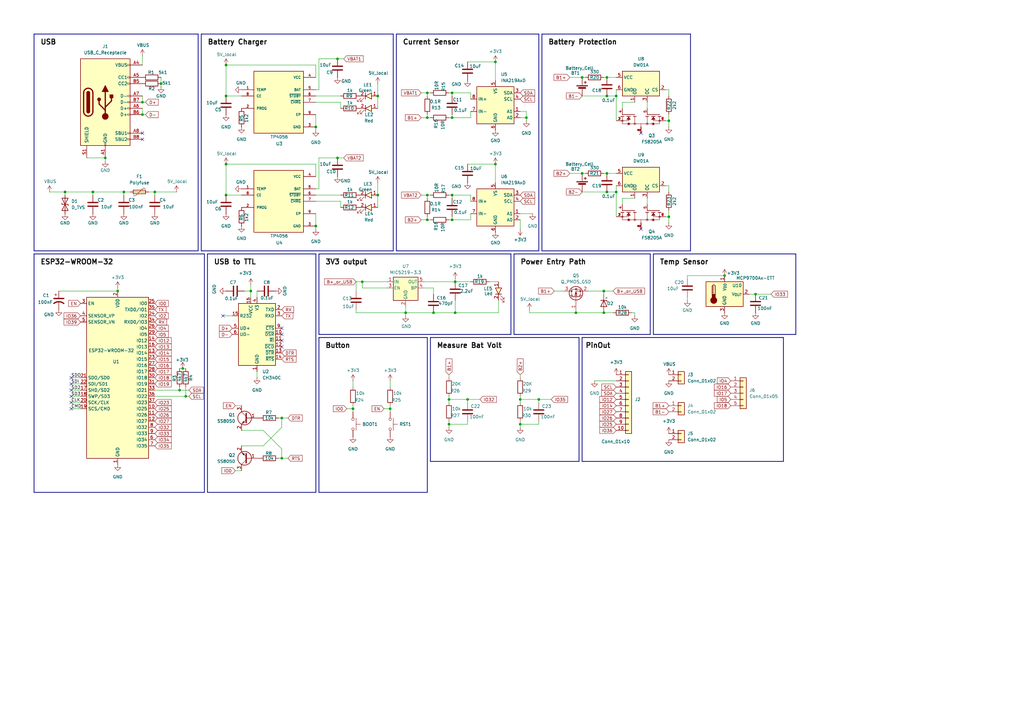
<source format=kicad_sch>
(kicad_sch (version 20231120) (generator "eeschema") (generator_version "8.0")
  (paper "A3")
  (title_block (title "Sạc Pin Lithium") (date "2025-03-30") (comment 1 "Trương Ngọc Minh"))
  (lib_symbols
    (symbol "AAIVS_SYMBOLS:Battery_Cell" (pin_numbers hide) (pin_names (offset 0) hide)
      (property "Reference" "BT" (at 2.54 2.54 0))
      (property "Value" "Battery_Cell" (at 2.54 0 0))
      (symbol "Battery_Cell_1_1"
        (pin passive line (at 0 5.08 270) (length 2.54) (name "+") (number "1"))
        (pin passive line (at 0 -2.54 90) (length 2.54) (name "-") (number "2"))
      )
    )
    (symbol "AAIVS_SYMBOLS:C" (pin_numbers hide) (pin_names (offset 0.254))
      (property "Reference" "C" (at 0.635 2.54 0))
      (property "Value" "C" (at 0.635 -2.54 0))
      (symbol "C_1_1"
        (pin passive line (at 0 3.81 270) (length 2.794) (name "~") (number "1"))
        (pin passive line (at 0 -3.81 90) (length 2.794) (name "~") (number "2"))
      )
    )
    (symbol "AAIVS_SYMBOLS:D_TVS" (pin_numbers hide) (pin_names (offset 1.016) hide)
      (property "Reference" "D" (at 0 2.54 0))
      (property "Value" "D_TVS" (at 0 -2.54 0))
      (symbol "D_TVS_1_1"
        (pin passive line (at -3.81 0 0) (length 2.54) (name "A1") (number "1"))
        (pin passive line (at 3.81 0 180) (length 2.54) (name "A2") (number "2"))
      )
    )
    (symbol "AAIVS_SYMBOLS:FS8205A" (pin_names (offset 1.016))
      (property "Reference" "Q" (at -11.43 7.62 0))
      (property "Value" "FS8205A" (at -11.43 -12.7 0))
      (symbol "FS8205A_0_0"
        (pin passive line (at 5.08 0 180) (length 2.54) (name "~") (number "1"))
        (pin passive line (at 0 -10.16 90) (length 2.54) (name "~") (number "2"))
        (pin passive line (at 0 -10.16 90) (length 2.54) (name "~") (number "3"))
        (pin passive line (at -5.08 -7.62 0) (length 2.54) (name "~") (number "4"))
        (pin passive line (at -5.08 2.54 0) (length 2.54) (name "~") (number "5"))
        (pin passive line (at 0 10.16 270) (length 2.54) (name "~") (number "6"))
        (pin passive line (at 0 10.16 270) (length 2.54) (name "~") (number "7"))
        (pin passive line (at 5.08 0 180) (length 2.54) (name "~") (number "8"))
      )
    )
    (symbol "AAIVS_SYMBOLS:Led"
      (property "Reference" "LE" (at 0.508 -2.794 0))
      (property "Value" "Led" (at -0.254 2.794 0))
      (symbol "Led_1_1"
        (pin passive line (at 5.08 0 180) (length 2.54) (name "") (number "1"))
        (pin passive line (at -2.54 0 0) (length 2.54) (name "") (number "2"))
      )
    )
    (symbol "AAIVS_SYMBOLS:Polyfuse" (pin_numbers hide) (pin_names (offset 0))
      (property "Reference" "F" (at -2.54 0 90))
      (property "Value" "Polyfuse" (at 2.54 0 90))
      (symbol "Polyfuse_1_1"
        (pin passive line (at 0 3.81 270) (length 1.27) (name "~") (number "1"))
        (pin passive line (at 0 -3.81 90) (length 1.27) (name "~") (number "2"))
      )
    )
    (symbol "AAIVS_SYMBOLS:R" (pin_numbers hide) (pin_names (offset 0))
      (property "Reference" "R" (at 2.032 0 90))
      (property "Value" "R" (at 0 0 90))
      (symbol "R_1_1"
        (pin passive line (at 0 3.81 270) (length 1.27) (name "~") (number "1"))
        (pin passive line (at 0 -3.81 90) (length 1.27) (name "~") (number "2"))
      )
    )
    (symbol "AAIVS_SYMBOLS:TP4056" (pin_names (offset 1.016))
      (property "Reference" "U" (at -10.16 13.208 0))
      (property "Value" "TP4056" (at -10.16 -15.24 0))
      (symbol "TP4056_0_0"
        (pin input line (at -15.24 5.08 0) (length 5.08) (name "TEMP") (number "1"))
        (pin bidirectional line (at -15.24 -2.54 0) (length 5.08) (name "PROG") (number "2"))
        (pin power_in line (at 15.24 -10.16 180) (length 5.08) (name "GND") (number "3"))
        (pin power_in line (at 15.24 10.16 180) (length 5.08) (name "VCC") (number "4"))
        (pin output line (at 15.24 5.08 180) (length 5.08) (name "BAT") (number "5"))
        (pin output line (at 15.24 2.54 180) (length 5.08) (name "~{STDBY}") (number "6"))
        (pin output line (at 15.24 0 180) (length 5.08) (name "~{CHRG}") (number "7"))
        (pin input line (at -15.24 2.54 0) (length 5.08) (name "CE") (number "8"))
        (pin passive line (at 15.24 -5.08 180) (length 5.08) (name "EP") (number "9"))
      )
    )
    (symbol "AAIVS_SYMBOLS:USB_C_Receptacle" (pin_names (offset 1.016))
      (property "Reference" "J" (at -21.59 15.24 0))
      (property "Value" "USB_C_Receptacle" (at -12.7 10.16 0))
      (symbol "USB_C_Receptacle_1_1"
        (pin passive line (at 0 -22.86 90) (length 5.08) (name "GND") (number "A1"))
        (pin passive line (at 0 -22.86 90) (length 5.08) hide (name "GND") (number "A12"))
        (pin passive line (at 15.24 15.24 180) (length 5.08) (name "VBUS") (number "A4"))
        (pin bidirectional line (at 15.24 10.16 180) (length 5.08) (name "CC1") (number "A5"))
        (pin bidirectional line (at 15.24 -2.54 180) (length 5.08) (name "D+") (number "A6"))
        (pin bidirectional line (at 15.24 2.54 180) (length 5.08) (name "D-") (number "A7"))
        (pin bidirectional line (at 15.24 -12.7 180) (length 5.08) (name "SBU1") (number "A8"))
        (pin passive line (at 15.24 15.24 180) (length 5.08) hide (name "VBUS") (number "A9"))
        (pin passive line (at 0 -22.86 90) (length 5.08) hide (name "GND") (number "B1"))
        (pin passive line (at 0 -22.86 90) (length 5.08) hide (name "GND") (number "B12"))
        (pin passive line (at 15.24 15.24 180) (length 5.08) hide (name "VBUS") (number "B4"))
        (pin bidirectional line (at 15.24 7.62 180) (length 5.08) (name "CC2") (number "B5"))
        (pin bidirectional line (at 15.24 -5.08 180) (length 5.08) (name "D+") (number "B6"))
        (pin bidirectional line (at 15.24 0 180) (length 5.08) (name "D-") (number "B7"))
        (pin bidirectional line (at 15.24 -15.24 180) (length 5.08) (name "SBU2") (number "B8"))
        (pin passive line (at 15.24 15.24 180) (length 5.08) hide (name "VBUS") (number "B9"))
        (pin passive line (at -7.62 -22.86 90) (length 5.08) (name "SHIELD") (number "S1"))
      )
    )
    (symbol "Battery_Management:DW01A"
      (property "Reference" "U" (at -6.604 6.35 0))
      (property "Value" "DW01A" (at 4.318 6.604 0))
      (symbol "DW01A_0_1"
        (pin output line (at -2.54 -7.62 90) (length 2.54) (name "OD") (number "1"))
        (pin input line (at 10.16 -2.54 180) (length 2.54) (name "CS") (number "2"))
        (pin output line (at 2.54 -7.62 90) (length 2.54) (name "OC") (number "3"))
        (pin power_in line (at -10.16 2.54 0) (length 2.54) (name "VCC") (number "5"))
        (pin power_in line (at -10.16 -2.54 0) (length 2.54) (name "GND") (number "6"))
      )
      (symbol "DW01A_1_1"
        (pin no_connect line (at 10.16 2.54 180) (length 2.54) hide (name "TD") (number "4"))
      )
    )
    (symbol "Connector_Generic:Conn_01x02" (pin_names (offset 1.016) hide)
      (property "Reference" "J" (at 0 2.54 0))
      (property "Value" "Conn_01x02" (at 0 -5.08 0))
      (symbol "Conn_01x02_1_1"
        (pin passive line (at -5.08 0 0) (length 3.81) (name "Pin_1") (number "1"))
        (pin passive line (at -5.08 -2.54 0) (length 3.81) (name "Pin_2") (number "2"))
      )
    )
    (symbol "Connector_Generic:Conn_01x05" (pin_names (offset 1.016) hide)
      (property "Reference" "J" (at 0 7.62 0))
      (property "Value" "Conn_01x05" (at 0 -7.62 0))
      (symbol "Conn_01x05_1_1"
        (pin passive line (at -5.08 5.08 0) (length 3.81) (name "Pin_1") (number "1"))
        (pin passive line (at -5.08 2.54 0) (length 3.81) (name "Pin_2") (number "2"))
        (pin passive line (at -5.08 0 0) (length 3.81) (name "Pin_3") (number "3"))
        (pin passive line (at -5.08 -2.54 0) (length 3.81) (name "Pin_4") (number "4"))
        (pin passive line (at -5.08 -5.08 0) (length 3.81) (name "Pin_5") (number "5"))
      )
    )
    (symbol "Connector_Generic:Conn_01x10" (pin_names (offset 1.016) hide)
      (property "Reference" "J" (at 0 12.7 0))
      (property "Value" "Conn_01x10" (at 0 -15.24 0))
      (symbol "Conn_01x10_1_1"
        (pin passive line (at -5.08 10.16 0) (length 3.81) (name "Pin_1") (number "1"))
        (pin passive line (at -5.08 -12.7 0) (length 3.81) (name "Pin_10") (number "10"))
        (pin passive line (at -5.08 7.62 0) (length 3.81) (name "Pin_2") (number "2"))
        (pin passive line (at -5.08 5.08 0) (length 3.81) (name "Pin_3") (number "3"))
        (pin passive line (at -5.08 2.54 0) (length 3.81) (name "Pin_4") (number "4"))
        (pin passive line (at -5.08 0 0) (length 3.81) (name "Pin_5") (number "5"))
        (pin passive line (at -5.08 -2.54 0) (length 3.81) (name "Pin_6") (number "6"))
        (pin passive line (at -5.08 -5.08 0) (length 3.81) (name "Pin_7") (number "7"))
        (pin passive line (at -5.08 -7.62 0) (length 3.81) (name "Pin_8") (number "8"))
        (pin passive line (at -5.08 -10.16 0) (length 3.81) (name "Pin_9") (number "9"))
      )
    )
    (symbol "Device:C_Polarized_US" (pin_numbers hide) (pin_names (offset 0.254) hide)
      (property "Reference" "C" (at 0.635 2.54 0))
      (property "Value" "C_Polarized_US" (at 0.635 -2.54 0))
      (symbol "C_Polarized_US_1_1"
        (pin passive line (at 0 3.81 270) (length 2.794) (name "~") (number "1"))
        (pin passive line (at 0 -3.81 90) (length 3.302) (name "~") (number "2"))
      )
    )
    (symbol "Device:D_Zener" (pin_numbers hide) (pin_names (offset 1.016) hide)
      (property "Reference" "D" (at 0 2.54 0))
      (property "Value" "D_Zener" (at 0 -2.54 0))
      (symbol "D_Zener_1_1"
        (pin passive line (at -3.81 0 0) (length 2.54) (name "K") (number "1"))
        (pin passive line (at 3.81 0 180) (length 2.54) (name "A") (number "2"))
      )
    )
    (symbol "Device:Q_PMOS_GSD" (pin_names (offset 0) hide)
      (property "Reference" "Q" (at 5.08 1.27 0))
      (property "Value" "Q_PMOS_GSD" (at 5.08 -1.27 0))
      (symbol "Q_PMOS_GSD_1_1"
        (pin input line (at -5.08 0 0) (length 2.54) (name "G") (number "1"))
        (pin passive line (at 2.54 -5.08 90) (length 2.54) (name "S") (number "2"))
        (pin passive line (at 2.54 5.08 270) (length 2.54) (name "D") (number "3"))
      )
    )
    (symbol "Device:R" (pin_numbers hide) (pin_names (offset 0))
      (property "Reference" "R" (at 2.032 0 90))
      (property "Value" "R" (at 0 0 90))
      (symbol "R_1_1"
        (pin passive line (at 0 3.81 270) (length 1.27) (name "~") (number "1"))
        (pin passive line (at 0 -3.81 90) (length 1.27) (name "~") (number "2"))
      )
    )
    (symbol "Interface_USB:CH340C"
      (property "Reference" "U" (at -5.08 13.97 0))
      (property "Value" "CH340C" (at 1.27 13.97 0))
      (symbol "CH340C_1_1"
        (pin power_in line (at 0 -15.24 90) (length 2.54) (name "GND") (number "1"))
        (pin input line (at 10.16 0 180) (length 2.54) (name "~{DSR}") (number "10"))
        (pin input line (at 10.16 -2.54 180) (length 2.54) (name "~{RI}") (number "11"))
        (pin input line (at 10.16 -5.08 180) (length 2.54) (name "~{DCD}") (number "12"))
        (pin output line (at 10.16 -7.62 180) (length 2.54) (name "~{DTR}") (number "13"))
        (pin output line (at 10.16 -10.16 180) (length 2.54) (name "~{RTS}") (number "14"))
        (pin input line (at -10.16 7.62 0) (length 2.54) (name "R232") (number "15"))
        (pin power_in line (at -2.54 15.24 270) (length 2.54) (name "VCC") (number "16"))
        (pin output line (at 10.16 10.16 180) (length 2.54) (name "TXD") (number "2"))
        (pin input line (at 10.16 7.62 180) (length 2.54) (name "RXD") (number "3"))
        (pin power_out line (at 0 15.24 270) (length 2.54) (name "V3") (number "4"))
        (pin bidirectional line (at -10.16 2.54 0) (length 2.54) (name "UD+") (number "5"))
        (pin bidirectional line (at -10.16 0 0) (length 2.54) (name "UD-") (number "6"))
        (pin no_connect line (at -7.62 -5.08 0) (length 2.54) hide (name "NC") (number "7"))
        (pin no_connect line (at -7.62 -7.62 0) (length 2.54) hide (name "NC") (number "8"))
        (pin input line (at 10.16 2.54 180) (length 2.54) (name "~{CTS}") (number "9"))
      )
    )
    (symbol "RF_Module:ESP32-WROOM-32"
      (property "Reference" "U" (at -12.7 34.29 0))
      (property "Value" "ESP32-WROOM-32" (at 1.27 34.29 0))
      (symbol "ESP32-WROOM-32_1_1"
        (pin power_in line (at 0 -35.56 90) (length 2.54) (name "GND") (number "1"))
        (pin bidirectional line (at 15.24 -12.7 180) (length 2.54) (name "IO25") (number "10"))
        (pin bidirectional line (at 15.24 -15.24 180) (length 2.54) (name "IO26") (number "11"))
        (pin bidirectional line (at 15.24 -17.78 180) (length 2.54) (name "IO27") (number "12"))
        (pin bidirectional line (at 15.24 10.16 180) (length 2.54) (name "IO14") (number "13"))
        (pin bidirectional line (at 15.24 15.24 180) (length 2.54) (name "IO12") (number "14"))
        (pin passive line (at 0 -35.56 90) (length 2.54) hide (name "GND") (number "15"))
        (pin bidirectional line (at 15.24 12.7 180) (length 2.54) (name "IO13") (number "16"))
        (pin bidirectional line (at -15.24 -5.08 0) (length 2.54) (name "SHD/SD2") (number "17"))
        (pin bidirectional line (at -15.24 -7.62 0) (length 2.54) (name "SWP/SD3") (number "18"))
        (pin bidirectional line (at -15.24 -12.7 0) (length 2.54) (name "SCS/CMD") (number "19"))
        (pin power_in line (at 0 35.56 270) (length 2.54) (name "VDD") (number "2"))
        (pin bidirectional line (at -15.24 -10.16 0) (length 2.54) (name "SCK/CLK") (number "20"))
        (pin bidirectional line (at -15.24 0 0) (length 2.54) (name "SDO/SD0") (number "21"))
        (pin bidirectional line (at -15.24 -2.54 0) (length 2.54) (name "SDI/SD1") (number "22"))
        (pin bidirectional line (at 15.24 7.62 180) (length 2.54) (name "IO15") (number "23"))
        (pin bidirectional line (at 15.24 25.4 180) (length 2.54) (name "IO2") (number "24"))
        (pin bidirectional line (at 15.24 30.48 180) (length 2.54) (name "IO0") (number "25"))
        (pin bidirectional line (at 15.24 20.32 180) (length 2.54) (name "IO4") (number "26"))
        (pin bidirectional line (at 15.24 5.08 180) (length 2.54) (name "IO16") (number "27"))
        (pin bidirectional line (at 15.24 2.54 180) (length 2.54) (name "IO17") (number "28"))
        (pin bidirectional line (at 15.24 17.78 180) (length 2.54) (name "IO5") (number "29"))
        (pin input line (at -15.24 30.48 0) (length 2.54) (name "EN") (number "3"))
        (pin bidirectional line (at 15.24 0 180) (length 2.54) (name "IO18") (number "30"))
        (pin bidirectional line (at 15.24 -2.54 180) (length 2.54) (name "IO19") (number "31"))
        (pin no_connect line (at -12.7 -27.94 0) (length 2.54) hide (name "NC") (number "32"))
        (pin bidirectional line (at 15.24 -5.08 180) (length 2.54) (name "IO21") (number "33"))
        (pin bidirectional line (at 15.24 22.86 180) (length 2.54) (name "RXD0/IO3") (number "34"))
        (pin bidirectional line (at 15.24 27.94 180) (length 2.54) (name "TXD0/IO1") (number "35"))
        (pin bidirectional line (at 15.24 -7.62 180) (length 2.54) (name "IO22") (number "36"))
        (pin bidirectional line (at 15.24 -10.16 180) (length 2.54) (name "IO23") (number "37"))
        (pin passive line (at 0 -35.56 90) (length 2.54) hide (name "GND") (number "38"))
        (pin passive line (at 0 -35.56 90) (length 2.54) hide (name "GND") (number "39"))
        (pin input line (at -15.24 25.4 0) (length 2.54) (name "SENSOR_VP") (number "4"))
        (pin input line (at -15.24 22.86 0) (length 2.54) (name "SENSOR_VN") (number "5"))
        (pin input line (at 15.24 -25.4 180) (length 2.54) (name "IO34") (number "6"))
        (pin input line (at 15.24 -27.94 180) (length 2.54) (name "IO35") (number "7"))
        (pin bidirectional line (at 15.24 -20.32 180) (length 2.54) (name "IO32") (number "8"))
        (pin bidirectional line (at 15.24 -22.86 180) (length 2.54) (name "IO33") (number "9"))
      )
    )
    (symbol "Regulator_Linear:MIC5219-2.5YM5" (pin_names (offset 0.254))
      (property "Reference" "U" (at -3.81 5.715 0))
      (property "Value" "MIC5219-2.5YM5" (at 0 5.715 0))
      (symbol "MIC5219-2.5YM5_1_1"
        (pin power_in line (at -7.62 2.54 0) (length 2.54) (name "IN") (number "1"))
        (pin power_in line (at 0 -7.62 90) (length 2.54) (name "GND") (number "2"))
        (pin input line (at -7.62 0 0) (length 2.54) (name "EN") (number "3"))
        (pin input line (at 7.62 0 180) (length 2.54) (name "BP") (number "4"))
        (pin power_out line (at 7.62 2.54 180) (length 2.54) (name "OUT") (number "5"))
      )
    )
    (symbol "Sensor_Energy:INA219AxD"
      (property "Reference" "U" (at -6.35 8.89 0))
      (property "Value" "INA219AxD" (at 5.08 8.89 0))
      (symbol "INA219AxD_1_1"
        (pin input line (at 10.16 -2.54 180) (length 2.54) (name "A1") (number "1"))
        (pin input line (at 10.16 -5.08 180) (length 2.54) (name "A0") (number "2"))
        (pin bidirectional line (at 10.16 5.08 180) (length 2.54) (name "SDA") (number "3"))
        (pin input line (at 10.16 2.54 180) (length 2.54) (name "SCL") (number "4"))
        (pin power_in line (at 0 10.16 270) (length 2.54) (name "VS") (number "5"))
        (pin power_in line (at 0 -10.16 90) (length 2.54) (name "GND") (number "6"))
        (pin input line (at -10.16 -2.54 0) (length 2.54) (name "IN-") (number "7"))
        (pin input line (at -10.16 2.54 0) (length 2.54) (name "IN+") (number "8"))
      )
    )
    (symbol "Sensor_Temperature:MCP9700Ax-ETT"
      (property "Reference" "U" (at -6.35 6.35 0))
      (property "Value" "MCP9700Ax-ETT" (at 1.27 6.35 0))
      (symbol "MCP9700Ax-ETT_1_1"
        (pin power_in line (at 0 7.62 270) (length 2.54) (name "V_{DD}") (number "1"))
        (pin output line (at 10.16 0 180) (length 2.54) (name "V_{OUT}") (number "2"))
        (pin power_in line (at 0 -7.62 90) (length 2.54) (name "GND") (number "3"))
      )
    )
    (symbol "Switch:SW_Push" (pin_numbers hide) (pin_names (offset 1.016) hide)
      (property "Reference" "SW" (at 1.27 2.54 0))
      (property "Value" "SW_Push" (at 0 -1.524 0))
      (symbol "SW_Push_0_1"
        (pin passive line (at -5.08 0 0) (length 2.54) (name "1") (number "1"))
        (pin passive line (at 5.08 0 180) (length 2.54) (name "2") (number "2"))
      )
    )
    (symbol "Transistor_BJT:SS8050" (pin_names (offset 0) hide)
      (property "Reference" "Q" (at 5.08 1.905 0))
      (property "Value" "SS8050" (at 5.08 0 0))
      (symbol "SS8050_1_1"
        (pin input line (at -5.08 0 0) (length 5.715) (name "B") (number "1"))
        (pin passive line (at 2.54 -5.08 90) (length 2.54) (name "E") (number "2"))
        (pin passive line (at 2.54 5.08 270) (length 2.54) (name "C") (number "3"))
      )
    )
    (symbol "power:+3.3V" (power) (pin_numbers hide) (pin_names (offset 0) hide)
      (property "Value" "+3.3V" (at 0 3.556 0))
      (symbol "+3.3V_1_1"
        (pin power_in line (at 0 0 90) (length 0) (name "~") (number "1"))
      )
    )
    (symbol "power:+3V3" (power) (pin_numbers hide) (pin_names (offset 0) hide)
      (property "Value" "+3V3" (at 0 3.556 0))
      (symbol "+3V3_1_1"
        (pin power_in line (at 0 0 90) (length 0) (name "~") (number "1"))
      )
    )
    (symbol "power:GND" (power) (pin_numbers hide) (pin_names (offset 0) hide)
      (property "Value" "GND" (at 0 -3.81 0))
      (symbol "GND_1_1"
        (pin power_in line (at 0 0 270) (length 0) (name "~") (number "1"))
      )
    )
    (symbol "power:VDD" (power) (pin_numbers hide) (pin_names (offset 0) hide)
      (property "Value" "VDD" (at 0 3.556 0))
      (symbol "VDD_1_1"
        (pin power_in line (at 0 0 90) (length 0) (name "~") (number "1"))
      )
    )
  )
  (junction (at 248.92 78.74))
  (junction (at 175.26 90.17))
  (junction (at 184.15 163.83))
  (junction (at 274.32 49.53))
  (junction (at 154.94 39.37))
  (junction (at 92.71 67.31))
  (junction (at 236.22 128.27))
  (junction (at 144.78 167.64))
  (junction (at 175.26 80.01))
  (junction (at 154.94 80.01))
  (junction (at 215.9 48.26))
  (junction (at 220.98 163.83))
  (junction (at 50.8 78.74))
  (junction (at 238.76 71.12))
  (junction (at 92.71 26.67))
  (junction (at 238.76 31.75))
  (junction (at 203.2 25.4))
  (junction (at 115.57 171.45))
  (junction (at 175.26 38.1))
  (junction (at 248.92 71.12))
  (junction (at 213.36 163.83))
  (junction (at 175.26 48.26))
  (junction (at 191.77 163.83))
  (junction (at 48.26 119.38))
  (junction (at 76.2 162.56))
  (junction (at 43.18 64.77))
  (junction (at 203.2 67.31))
  (junction (at 185.42 90.17))
  (junction (at 38.1 78.74))
  (junction (at 138.43 64.77))
  (junction (at 309.88 120.65))
  (junction (at 185.42 38.1))
  (junction (at 26.67 78.74))
  (junction (at 115.57 187.96))
  (junction (at 63.5 78.74))
  (junction (at 274.32 88.9))
  (junction (at 213.36 173.99))
  (junction (at 148.59 115.57))
  (junction (at 74.93 151.13))
  (junction (at 185.42 80.01))
  (junction (at 247.65 119.38))
  (junction (at 184.15 173.99))
  (junction (at 252.73 39.37))
  (junction (at 66.04 34.29))
  (junction (at 129.54 52.07))
  (junction (at 186.69 115.57))
  (junction (at 177.8 128.27))
  (junction (at 73.66 160.02))
  (junction (at 186.69 128.27))
  (junction (at 160.02 167.64))
  (junction (at 248.92 39.37))
  (junction (at 166.37 128.27))
  (junction (at 102.87 119.38))
  (junction (at 252.73 78.74))
  (junction (at 248.92 31.75))
  (junction (at 297.18 113.03))
  (junction (at 247.65 128.27))
  (junction (at 138.43 24.13))
  (junction (at 58.42 41.91))
  (junction (at 92.71 80.01))
  (junction (at 92.71 39.37))
  (junction (at 58.42 46.99))
  (junction (at 185.42 48.26))
  (junction (at 129.54 92.71))
  (no_connect (at 29.21 167.64))
  (no_connect (at 262.89 93.98))
  (no_connect (at 115.57 142.24))
  (no_connect (at 29.21 157.48))
  (no_connect (at 115.57 139.7))
  (no_connect (at 29.21 165.1))
  (no_connect (at 58.42 57.15))
  (no_connect (at 91.44 129.54))
  (no_connect (at 115.57 137.16))
  (no_connect (at 115.57 134.62))
  (no_connect (at 29.21 162.56))
  (no_connect (at 58.42 54.61))
  (no_connect (at 29.21 154.94))
  (no_connect (at 29.21 160.02))
  (no_connect (at 262.89 54.61))
  (wire (pts (xy 220.98 165.1) (xy 220.98 163.83)))
  (wire (pts (xy 255.27 83.82) (xy 255.27 81.28)))
  (wire (pts (xy 58.42 46.99) (xy 59.69 46.99)))
  (wire (pts (xy 193.04 38.1) (xy 185.42 38.1)))
  (bus (pts (xy 222.25 13.97) (xy 222.25 102.87)))
  (wire (pts (xy 130.81 77.47) (xy 129.54 77.47)))
  (wire (pts (xy 20.32 78.74) (xy 26.67 78.74)))
  (wire (pts (xy 191.77 165.1) (xy 191.77 163.83)))
  (wire (pts (xy 213.36 48.26) (xy 215.9 48.26)))
  (bus (pts (xy 283.21 13.97) (xy 283.21 102.87)))
  (wire (pts (xy 76.2 162.56) (xy 77.47 162.56)))
  (bus (pts (xy 238.76 138.43) (xy 238.76 189.23)))
  (wire (pts (xy 191.77 67.31) (xy 203.2 67.31)))
  (bus (pts (xy 85.09 104.14) (xy 129.54 104.14)))
  (wire (pts (xy 184.15 90.17) (xy 185.42 90.17)))
  (bus (pts (xy 321.31 189.23) (xy 321.31 138.43)))
  (bus (pts (xy 283.21 102.87) (xy 222.25 102.87)))
  (wire (pts (xy 138.43 64.77) (xy 140.97 64.77)))
  (wire (pts (xy 129.54 92.71) (xy 129.54 93.98)))
  (wire (pts (xy 92.71 80.01) (xy 99.06 80.01)))
  (wire (pts (xy 252.73 39.37) (xy 252.73 49.53)))
  (wire (pts (xy 76.2 151.13) (xy 74.93 151.13)))
  (wire (pts (xy 100.33 119.38) (xy 102.87 119.38)))
  (bus (pts (xy 210.82 137.16) (xy 266.7 137.16)))
  (wire (pts (xy 203.2 67.31) (xy 203.2 74.93)))
  (wire (pts (xy 236.22 127) (xy 236.22 128.27)))
  (wire (pts (xy 29.21 160.02) (xy 33.02 160.02)))
  (bus (pts (xy 13.97 104.14) (xy 13.97 201.93)))
  (wire (pts (xy 191.77 25.4) (xy 203.2 25.4)))
  (wire (pts (xy 191.77 173.99) (xy 184.15 173.99)))
  (wire (pts (xy 130.81 64.77) (xy 138.43 64.77)))
  (wire (pts (xy 176.53 48.26) (xy 175.26 48.26)))
  (wire (pts (xy 220.98 163.83) (xy 213.36 163.83)))
  (wire (pts (xy 274.32 46.99) (xy 274.32 49.53)))
  (wire (pts (xy 160.02 167.64) (xy 160.02 168.91)))
  (wire (pts (xy 185.42 48.26) (xy 185.42 46.99)))
  (bus (pts (xy 130.81 138.43) (xy 175.26 138.43)))
  (wire (pts (xy 35.56 64.77) (xy 43.18 64.77)))
  (wire (pts (xy 247.65 71.12) (xy 248.92 71.12)))
  (wire (pts (xy 215.9 48.26) (xy 215.9 49.53)))
  (wire (pts (xy 243.84 156.21) (xy 252.73 156.21)))
  (bus (pts (xy 13.97 104.14) (xy 83.82 104.14)))
  (bus (pts (xy 13.97 13.97) (xy 13.97 102.87)))
  (wire (pts (xy 193.04 40.64) (xy 193.04 38.1)))
  (wire (pts (xy 184.15 80.01) (xy 185.42 80.01)))
  (bus (pts (xy 176.53 138.43) (xy 176.53 189.23)))
  (wire (pts (xy 148.59 115.57) (xy 158.75 115.57)))
  (wire (pts (xy 193.04 80.01) (xy 185.42 80.01)))
  (wire (pts (xy 175.26 38.1) (xy 176.53 38.1)))
  (bus (pts (xy 83.82 201.93) (xy 13.97 201.93)))
  (wire (pts (xy 227.33 119.38) (xy 231.14 119.38)))
  (wire (pts (xy 175.26 81.28) (xy 175.26 80.01)))
  (wire (pts (xy 73.66 160.02) (xy 77.47 160.02)))
  (wire (pts (xy 220.98 163.83) (xy 226.06 163.83)))
  (wire (pts (xy 154.94 39.37) (xy 154.94 44.45)))
  (bus (pts (xy 130.81 138.43) (xy 130.81 201.93)))
  (wire (pts (xy 58.42 41.91) (xy 59.69 41.91)))
  (wire (pts (xy 213.36 162.56) (xy 213.36 163.83)))
  (wire (pts (xy 50.8 78.74) (xy 50.8 80.01)))
  (wire (pts (xy 281.94 114.3) (xy 281.94 113.03)))
  (wire (pts (xy 130.81 77.47) (xy 130.81 64.77)))
  (wire (pts (xy 29.21 154.94) (xy 33.02 154.94)))
  (wire (pts (xy 200.66 115.57) (xy 204.47 115.57)))
  (bus (pts (xy 176.53 138.43) (xy 237.49 138.43)))
  (wire (pts (xy 274.32 86.36) (xy 274.32 88.9)))
  (wire (pts (xy 92.71 26.67) (xy 129.54 26.67)))
  (bus (pts (xy 82.55 13.97) (xy 161.29 13.97)))
  (bus (pts (xy 129.54 201.93) (xy 129.54 104.14)))
  (bus (pts (xy 162.56 13.97) (xy 220.98 13.97)))
  (wire (pts (xy 238.76 71.12) (xy 240.03 71.12)))
  (wire (pts (xy 176.53 90.17) (xy 175.26 90.17)))
  (wire (pts (xy 92.71 39.37) (xy 99.06 39.37)))
  (bus (pts (xy 13.97 102.87) (xy 81.28 102.87)))
  (bus (pts (xy 162.56 102.87) (xy 220.98 102.87)))
  (wire (pts (xy 63.5 78.74) (xy 72.39 78.74)))
  (wire (pts (xy 274.32 36.83) (xy 273.05 36.83)))
  (wire (pts (xy 193.04 82.55) (xy 193.04 80.01)))
  (wire (pts (xy 24.13 119.38) (xy 48.26 119.38)))
  (wire (pts (xy 177.8 118.11) (xy 177.8 120.65)))
  (wire (pts (xy 129.54 36.83) (xy 130.81 36.83)))
  (wire (pts (xy 255.27 41.91) (xy 260.35 41.91)))
  (wire (pts (xy 309.88 120.65) (xy 316.23 120.65)))
  (wire (pts (xy 274.32 88.9) (xy 274.32 91.44)))
  (wire (pts (xy 184.15 153.67) (xy 184.15 154.94)))
  (wire (pts (xy 255.27 44.45) (xy 255.27 41.91)))
  (wire (pts (xy 92.71 67.31) (xy 129.54 67.31)))
  (wire (pts (xy 148.59 118.11) (xy 158.75 118.11)))
  (wire (pts (xy 247.65 31.75) (xy 248.92 31.75)))
  (wire (pts (xy 115.57 187.96) (xy 118.11 187.96)))
  (bus (pts (xy 267.97 104.14) (xy 326.39 104.14)))
  (wire (pts (xy 63.5 160.02) (xy 73.66 160.02)))
  (wire (pts (xy 130.81 24.13) (xy 138.43 24.13)))
  (wire (pts (xy 248.92 71.12) (xy 252.73 71.12)))
  (wire (pts (xy 213.36 163.83) (xy 213.36 165.1)))
  (bus (pts (xy 82.55 102.87) (xy 161.29 102.87)))
  (wire (pts (xy 185.42 38.1) (xy 185.42 39.37)))
  (wire (pts (xy 144.78 168.91) (xy 144.78 167.64)))
  (wire (pts (xy 203.2 25.4) (xy 203.2 33.02)))
  (wire (pts (xy 247.65 119.38) (xy 251.46 119.38)))
  (wire (pts (xy 154.94 80.01) (xy 154.94 85.09)))
  (wire (pts (xy 281.94 121.92) (xy 281.94 123.19)))
  (wire (pts (xy 217.17 128.27) (xy 236.22 128.27)))
  (wire (pts (xy 63.5 78.74) (xy 63.5 80.01)))
  (bus (pts (xy 13.97 13.97) (xy 81.28 13.97)))
  (wire (pts (xy 129.54 67.31) (xy 129.54 72.39)))
  (wire (pts (xy 177.8 128.27) (xy 186.69 128.27)))
  (wire (pts (xy 252.73 78.74) (xy 248.92 78.74)))
  (wire (pts (xy 115.57 171.45) (xy 115.57 175.26)))
  (wire (pts (xy 60.96 78.74) (xy 63.5 78.74)))
  (wire (pts (xy 274.32 78.74) (xy 274.32 76.2)))
  (wire (pts (xy 252.73 78.74) (xy 252.73 88.9)))
  (wire (pts (xy 252.73 76.2) (xy 252.73 78.74)))
  (bus (pts (xy 130.81 104.14) (xy 209.55 104.14)))
  (wire (pts (xy 220.98 172.72) (xy 220.98 173.99)))
  (wire (pts (xy 238.76 39.37) (xy 248.92 39.37)))
  (wire (pts (xy 204.47 123.19) (xy 204.47 128.27)))
  (wire (pts (xy 102.87 119.38) (xy 102.87 121.92)))
  (wire (pts (xy 213.36 90.17) (xy 213.36 93.98)))
  (wire (pts (xy 172.72 90.17) (xy 175.26 90.17)))
  (wire (pts (xy 193.04 90.17) (xy 185.42 90.17)))
  (bus (pts (xy 175.26 201.93) (xy 175.26 138.43)))
  (wire (pts (xy 252.73 39.37) (xy 248.92 39.37)))
  (wire (pts (xy 139.7 44.45) (xy 139.7 41.91)))
  (wire (pts (xy 238.76 31.75) (xy 240.03 31.75)))
  (wire (pts (xy 193.04 45.72) (xy 193.04 48.26)))
  (bus (pts (xy 83.82 104.14) (xy 83.82 201.93)))
  (bus (pts (xy 238.76 138.43) (xy 321.31 138.43)))
  (wire (pts (xy 96.52 166.37) (xy 99.06 166.37)))
  (wire (pts (xy 115.57 171.45) (xy 118.11 171.45)))
  (wire (pts (xy 184.15 175.26) (xy 184.15 173.99)))
  (wire (pts (xy 186.69 123.19) (xy 186.69 128.27)))
  (wire (pts (xy 29.21 157.48) (xy 33.02 157.48)))
  (wire (pts (xy 193.04 48.26) (xy 185.42 48.26)))
  (wire (pts (xy 26.67 78.74) (xy 38.1 78.74)))
  (wire (pts (xy 175.26 80.01) (xy 176.53 80.01)))
  (wire (pts (xy 260.35 128.27) (xy 260.35 129.54)))
  (wire (pts (xy 114.3 187.96) (xy 115.57 187.96)))
  (bus (pts (xy 238.76 189.23) (xy 321.31 189.23)))
  (wire (pts (xy 146.05 115.57) (xy 148.59 115.57)))
  (wire (pts (xy 274.32 49.53) (xy 274.32 52.07)))
  (wire (pts (xy 213.36 153.67) (xy 213.36 154.94)))
  (wire (pts (xy 236.22 128.27) (xy 247.65 128.27)))
  (wire (pts (xy 99.06 176.53) (xy 107.95 176.53)))
  (wire (pts (xy 166.37 129.54) (xy 166.37 128.27)))
  (wire (pts (xy 274.32 39.37) (xy 274.32 36.83)))
  (wire (pts (xy 217.17 127) (xy 217.17 128.27)))
  (wire (pts (xy 193.04 87.63) (xy 193.04 90.17)))
  (wire (pts (xy 146.05 127) (xy 146.05 128.27)))
  (wire (pts (xy 255.27 81.28) (xy 260.35 81.28)))
  (wire (pts (xy 172.72 38.1) (xy 175.26 38.1)))
  (wire (pts (xy 29.21 167.64) (xy 33.02 167.64)))
  (bus (pts (xy 81.28 102.87) (xy 81.28 13.97)))
  (wire (pts (xy 130.81 36.83) (xy 130.81 24.13)))
  (wire (pts (xy 265.43 41.91) (xy 265.43 44.45)))
  (wire (pts (xy 157.48 167.64) (xy 160.02 167.64)))
  (wire (pts (xy 233.68 31.75) (xy 238.76 31.75)))
  (wire (pts (xy 160.02 156.21) (xy 160.02 158.75)))
  (wire (pts (xy 99.06 182.88) (xy 107.95 182.88)))
  (wire (pts (xy 233.68 71.12) (xy 238.76 71.12)))
  (wire (pts (xy 129.54 46.99) (xy 129.54 52.07)))
  (wire (pts (xy 105.41 152.4) (xy 105.41 154.94)))
  (wire (pts (xy 129.54 52.07) (xy 129.54 53.34)))
  (wire (pts (xy 259.08 128.27) (xy 260.35 128.27)))
  (wire (pts (xy 191.77 172.72) (xy 191.77 173.99)))
  (wire (pts (xy 66.04 35.56) (xy 66.04 34.29)))
  (wire (pts (xy 144.78 156.21) (xy 144.78 158.75)))
  (bus (pts (xy 220.98 102.87) (xy 220.98 13.97)))
  (wire (pts (xy 139.7 82.55) (xy 129.54 82.55)))
  (wire (pts (xy 274.32 76.2) (xy 273.05 76.2)))
  (wire (pts (xy 50.8 78.74) (xy 53.34 78.74)))
  (bus (pts (xy 266.7 137.16) (xy 266.7 104.14)))
  (bus (pts (xy 210.82 104.14) (xy 266.7 104.14)))
  (wire (pts (xy 146.05 115.57) (xy 146.05 119.38)))
  (wire (pts (xy 213.36 175.26) (xy 213.36 173.99)))
  (wire (pts (xy 191.77 163.83) (xy 184.15 163.83)))
  (wire (pts (xy 66.04 31.75) (xy 66.04 34.29)))
  (wire (pts (xy 139.7 41.91) (xy 129.54 41.91)))
  (wire (pts (xy 166.37 125.73) (xy 166.37 128.27)))
  (bus (pts (xy 85.09 201.93) (xy 129.54 201.93)))
  (bus (pts (xy 326.39 137.16) (xy 326.39 104.14)))
  (wire (pts (xy 247.65 119.38) (xy 247.65 120.65)))
  (wire (pts (xy 96.52 193.04) (xy 99.06 193.04)))
  (bus (pts (xy 130.81 137.16) (xy 209.55 137.16)))
  (wire (pts (xy 142.24 167.64) (xy 144.78 167.64)))
  (wire (pts (xy 184.15 38.1) (xy 185.42 38.1)))
  (bus (pts (xy 162.56 13.97) (xy 162.56 102.87)))
  (wire (pts (xy 38.1 78.74) (xy 38.1 80.01)))
  (bus (pts (xy 82.55 13.97) (xy 82.55 102.87)))
  (wire (pts (xy 184.15 163.83) (xy 184.15 165.1)))
  (wire (pts (xy 281.94 113.03) (xy 297.18 113.03)))
  (wire (pts (xy 107.95 176.53) (xy 115.57 184.15)))
  (bus (pts (xy 85.09 104.14) (xy 85.09 201.93)))
  (wire (pts (xy 102.87 116.84) (xy 102.87 119.38)))
  (wire (pts (xy 213.36 45.72) (xy 215.9 45.72)))
  (bus (pts (xy 209.55 137.16) (xy 209.55 104.14)))
  (wire (pts (xy 172.72 48.26) (xy 175.26 48.26)))
  (wire (pts (xy 58.42 39.37) (xy 58.42 41.91)))
  (wire (pts (xy 265.43 81.28) (xy 265.43 83.82)))
  (wire (pts (xy 58.42 44.45) (xy 58.42 46.99)))
  (wire (pts (xy 107.95 182.88) (xy 115.57 175.26)))
  (wire (pts (xy 115.57 184.15) (xy 115.57 187.96)))
  (wire (pts (xy 173.99 118.11) (xy 177.8 118.11)))
  (wire (pts (xy 29.21 165.1) (xy 33.02 165.1)))
  (wire (pts (xy 129.54 26.67) (xy 129.54 31.75)))
  (wire (pts (xy 172.72 80.01) (xy 175.26 80.01)))
  (wire (pts (xy 154.94 34.29) (xy 154.94 39.37)))
  (wire (pts (xy 138.43 24.13) (xy 140.97 24.13)))
  (wire (pts (xy 307.34 120.65) (xy 309.88 120.65)))
  (bus (pts (xy 267.97 137.16) (xy 326.39 137.16)))
  (wire (pts (xy 73.66 158.75) (xy 73.66 160.02)))
  (wire (pts (xy 129.54 80.01) (xy 139.7 80.01)))
  (bus (pts (xy 130.81 201.93) (xy 175.26 201.93)))
  (wire (pts (xy 92.71 67.31) (xy 92.71 80.01)))
  (wire (pts (xy 114.3 171.45) (xy 115.57 171.45)))
  (wire (pts (xy 146.05 128.27) (xy 166.37 128.27)))
  (wire (pts (xy 238.76 78.74) (xy 248.92 78.74)))
  (wire (pts (xy 139.7 85.09) (xy 139.7 82.55)))
  (wire (pts (xy 76.2 158.75) (xy 76.2 162.56)))
  (wire (pts (xy 215.9 45.72) (xy 215.9 48.26)))
  (wire (pts (xy 186.69 115.57) (xy 193.04 115.57)))
  (wire (pts (xy 175.26 39.37) (xy 175.26 38.1)))
  (wire (pts (xy 29.21 162.56) (xy 33.02 162.56)))
  (wire (pts (xy 166.37 128.27) (xy 177.8 128.27)))
  (bus (pts (xy 222.25 13.97) (xy 283.21 13.97)))
  (wire (pts (xy 73.66 151.13) (xy 74.93 151.13)))
  (bus (pts (xy 210.82 104.14) (xy 210.82 137.16)))
  (wire (pts (xy 274.32 88.9) (xy 273.05 88.9)))
  (wire (pts (xy 105.41 119.38) (xy 105.41 121.92)))
  (wire (pts (xy 129.54 39.37) (xy 139.7 39.37)))
  (wire (pts (xy 26.67 78.74) (xy 26.67 80.01)))
  (wire (pts (xy 91.44 129.54) (xy 95.25 129.54)))
  (wire (pts (xy 48.26 118.11) (xy 48.26 119.38)))
  (wire (pts (xy 252.73 36.83) (xy 252.73 39.37)))
  (wire (pts (xy 220.98 173.99) (xy 213.36 173.99)))
  (wire (pts (xy 160.02 166.37) (xy 160.02 167.64)))
  (bus (pts (xy 237.49 189.23) (xy 237.49 138.43)))
  (wire (pts (xy 247.65 128.27) (xy 251.46 128.27)))
  (wire (pts (xy 173.99 115.57) (xy 186.69 115.57)))
  (wire (pts (xy 129.54 87.63) (xy 129.54 92.71)))
  (bus (pts (xy 161.29 102.87) (xy 161.29 13.97)))
  (wire (pts (xy 144.78 166.37) (xy 144.78 167.64)))
  (wire (pts (xy 154.94 74.93) (xy 154.94 80.01)))
  (wire (pts (xy 274.32 49.53) (xy 273.05 49.53)))
  (wire (pts (xy 186.69 128.27) (xy 204.47 128.27)))
  (wire (pts (xy 63.5 162.56) (xy 76.2 162.56)))
  (wire (pts (xy 175.26 90.17) (xy 175.26 88.9)))
  (wire (pts (xy 184.15 173.99) (xy 184.15 172.72)))
  (wire (pts (xy 185.42 80.01) (xy 185.42 81.28)))
  (wire (pts (xy 213.36 173.99) (xy 213.36 172.72)))
  (wire (pts (xy 175.26 48.26) (xy 175.26 46.99)))
  (wire (pts (xy 58.42 22.86) (xy 58.42 26.67)))
  (bus (pts (xy 267.97 104.14) (xy 267.97 137.16)))
  (wire (pts (xy 186.69 114.3) (xy 186.69 115.57)))
  (wire (pts (xy 248.92 31.75) (xy 252.73 31.75)))
  (wire (pts (xy 184.15 162.56) (xy 184.15 163.83)))
  (wire (pts (xy 92.71 26.67) (xy 92.71 39.37)))
  (wire (pts (xy 184.15 48.26) (xy 185.42 48.26)))
  (wire (pts (xy 148.59 115.57) (xy 148.59 118.11)))
  (wire (pts (xy 185.42 90.17) (xy 185.42 88.9)))
  (wire (pts (xy 213.36 87.63) (xy 218.44 87.63)))
  (wire (pts (xy 38.1 78.74) (xy 50.8 78.74)))
  (bus (pts (xy 176.53 189.23) (xy 237.49 189.23)))
  (bus (pts (xy 130.81 104.14) (xy 130.81 137.16)))
  (wire (pts (xy 191.77 163.83) (xy 196.85 163.83)))
  (wire (pts (xy 43.18 64.77) (xy 43.18 66.04)))
  (wire (pts (xy 241.3 119.38) (xy 247.65 119.38)))
  (label "3V3 output" (at 133.35 109.22 0) (effects (font (size 2.032 2.032) (thickness 0.4064) (bold yes))))
  (label "SDO" (at 29.21 154.94 0))
  (label "USB" (at 16.51 19.05 0) (effects (font (size 2.032 2.032) (thickness 0.4064) (bold yes))))
  (label "Battery Charger" (at 85.09 19.05 0) (effects (font (size 2.032 2.032) (thickness 0.4064) (bold yes))))
  (label "CMD" (at 29.21 167.64 0))
  (label "Temp Sensor" (at 270.51 109.22 0) (effects (font (size 2.032 2.032) (thickness 0.4064) (bold yes))))
  (label "SDI" (at 29.21 157.48 0))
  (label "PinOut" (at 240.03 143.51 0) (effects (font (size 2.032 2.032) (thickness 0.4064) (bold yes))))
  (label "Measure Bat Volt" (at 179.07 143.51 0) (effects (font (size 2.032 2.032) (thickness 0.4064) (bold yes))))
  (label "ESP32-WROOM-32" (at 16.51 109.22 0) (effects (font (size 2.032 2.032) (thickness 0.4064) (bold yes))))
  (label "USB to TTL" (at 87.63 109.22 0) (effects (font (size 2.032 2.032) (thickness 0.4064) (bold yes))))
  (label "Battery Protection" (at 224.79 19.05 0) (effects (font (size 2.032 2.032) (thickness 0.4064) (bold yes))))
  (label "CLK" (at 29.21 165.1 0))
  (label "SD3" (at 29.21 162.56 0))
  (label "Button " (at 133.35 143.51 0) (effects (font (size 2.032 2.032) (thickness 0.4064) (bold yes))))
  (label "Power Entry Path" (at 213.36 109.22 0) (effects (font (size 2.032 2.032) (thickness 0.4064) (bold yes))))
  (label "SD2" (at 29.21 160.02 0))
  (label "Current Sensor" (at 165.1 19.05 0) (effects (font (size 2.032 2.032) (thickness 0.4064) (bold yes))))
  (global_label "IO25" (shape input) (at 63.5 167.64 0) (property "Intersheetrefs" "${INTERSHEET_REFS}" (effects (hide yes))))
  (global_label "IO14" (shape input) (at 63.5 144.78 0) (property "Intersheetrefs" "${INTERSHEET_REFS}" (effects (hide yes))))
  (global_label "EN" (shape input) (at 157.48 167.64 180) (property "Intersheetrefs" "${INTERSHEET_REFS}" (effects (hide yes))))
  (global_label "IO34" (shape input) (at 63.5 180.34 0) (property "Intersheetrefs" "${INTERSHEET_REFS}" (effects (hide yes))))
  (global_label "IO2" (shape input) (at 63.5 129.54 0) (property "Intersheetrefs" "${INTERSHEET_REFS}" (effects (hide yes))))
  (global_label "B1-" (shape input) (at 238.76 39.37 180) (property "Intersheetrefs" "${INTERSHEET_REFS}" (effects (hide yes))))
  (global_label "IO35" (shape input) (at 63.5 182.88 0) (property "Intersheetrefs" "${INTERSHEET_REFS}" (effects (hide yes))))
  (global_label "VBAT2" (shape input) (at 172.72 80.01 180) (property "Intersheetrefs" "${INTERSHEET_REFS}" (effects (hide yes))))
  (global_label "IO5" (shape input) (at 299.72 163.83 180) (property "Intersheetrefs" "${INTERSHEET_REFS}" (effects (hide yes))))
  (global_label "EN" (shape input) (at 96.52 166.37 180) (property "Intersheetrefs" "${INTERSHEET_REFS}" (effects (hide yes))))
  (global_label "SDA" (shape input) (at 213.36 80.01 0) (property "Intersheetrefs" "${INTERSHEET_REFS}" (effects (hide yes))))
  (global_label "B+_or_USB" (shape input) (at 146.05 115.57 180) (property "Intersheetrefs" "${INTERSHEET_REFS}" (effects (hide yes))))
  (global_label "D+" (shape input) (at 59.69 41.91 0) (property "Intersheetrefs" "${INTERSHEET_REFS}" (effects (hide yes))))
  (global_label "IO26" (shape input) (at 63.5 170.18 0) (property "Intersheetrefs" "${INTERSHEET_REFS}" (effects (hide yes))))
  (global_label "IO13" (shape input) (at 63.5 142.24 0) (property "Intersheetrefs" "${INTERSHEET_REFS}" (effects (hide yes))))
  (global_label "B1+" (shape input) (at 172.72 48.26 180) (property "Intersheetrefs" "${INTERSHEET_REFS}" (effects (hide yes))))
  (global_label "IO12" (shape input) (at 252.73 163.83 180) (property "Intersheetrefs" "${INTERSHEET_REFS}" (effects (hide yes))))
  (global_label "RTS" (shape input) (at 115.57 147.32 0) (property "Intersheetrefs" "${INTERSHEET_REFS}" (effects (hide yes))))
  (global_label "IO16" (shape input) (at 63.5 149.86 0) (property "Intersheetrefs" "${INTERSHEET_REFS}" (effects (hide yes))))
  (global_label "VBAT1" (shape input) (at 172.72 38.1 180) (property "Intersheetrefs" "${INTERSHEET_REFS}" (effects (hide yes))))
  (global_label "SCL" (shape input) (at 77.47 162.56 0) (property "Intersheetrefs" "${INTERSHEET_REFS}" (effects (hide yes))))
  (global_label "IO12" (shape input) (at 63.5 139.7 0) (property "Intersheetrefs" "${INTERSHEET_REFS}" (effects (hide yes))))
  (global_label "B1+" (shape input) (at 233.68 31.75 180) (property "Intersheetrefs" "${INTERSHEET_REFS}" (effects (hide yes))))
  (global_label "B2+" (shape input) (at 213.36 153.67 90) (property "Intersheetrefs" "${INTERSHEET_REFS}" (effects (hide yes))))
  (global_label "IO39" (shape input) (at 33.02 132.08 180) (property "Intersheetrefs" "${INTERSHEET_REFS}" (effects (hide yes))))
  (global_label "IO19" (shape input) (at 63.5 157.48 0) (property "Intersheetrefs" "${INTERSHEET_REFS}" (effects (hide yes))))
  (global_label "IO17" (shape input) (at 299.72 161.29 180) (property "Intersheetrefs" "${INTERSHEET_REFS}" (effects (hide yes))))
  (global_label "D-" (shape input) (at 59.69 46.99 0) (property "Intersheetrefs" "${INTERSHEET_REFS}" (effects (hide yes))))
  (global_label "TX" (shape input) (at 63.5 127 0) (property "Intersheetrefs" "${INTERSHEET_REFS}" (effects (hide yes))))
  (global_label "IO23" (shape input) (at 63.5 165.1 0) (property "Intersheetrefs" "${INTERSHEET_REFS}" (effects (hide yes))))
  (global_label "IO18" (shape input) (at 299.72 166.37 180) (property "Intersheetrefs" "${INTERSHEET_REFS}" (effects (hide yes))))
  (global_label "RX" (shape input) (at 63.5 132.08 0) (property "Intersheetrefs" "${INTERSHEET_REFS}" (effects (hide yes))))
  (global_label "IO27" (shape input) (at 63.5 172.72 0) (property "Intersheetrefs" "${INTERSHEET_REFS}" (effects (hide yes))))
  (global_label "DTR" (shape input) (at 115.57 144.78 0) (property "Intersheetrefs" "${INTERSHEET_REFS}" (effects (hide yes))))
  (global_label "EN" (shape input) (at 33.02 124.46 180) (property "Intersheetrefs" "${INTERSHEET_REFS}" (effects (hide yes))))
  (global_label "D-" (shape input) (at 95.25 137.16 180) (property "Intersheetrefs" "${INTERSHEET_REFS}" (effects (hide yes))))
  (global_label "SCL" (shape input) (at 213.36 82.55 0) (property "Intersheetrefs" "${INTERSHEET_REFS}" (effects (hide yes))))
  (global_label "B1+" (shape input) (at 227.33 119.38 180) (property "Intersheetrefs" "${INTERSHEET_REFS}" (effects (hide yes))))
  (global_label "IO0" (shape input) (at 96.52 193.04 180) (property "Intersheetrefs" "${INTERSHEET_REFS}" (effects (hide yes))))
  (global_label "SDA" (shape input) (at 77.47 160.02 0) (property "Intersheetrefs" "${INTERSHEET_REFS}" (effects (hide yes))))
  (global_label "IO33" (shape input) (at 63.5 177.8 0) (property "Intersheetrefs" "${INTERSHEET_REFS}" (effects (hide yes))))
  (global_label "SDA" (shape input) (at 252.73 161.29 180) (property "Intersheetrefs" "${INTERSHEET_REFS}" (effects (hide yes))))
  (global_label "SCL" (shape input) (at 252.73 158.75 180) (property "Intersheetrefs" "${INTERSHEET_REFS}" (effects (hide yes))))
  (global_label "RX" (shape input) (at 115.57 127 0) (property "Intersheetrefs" "${INTERSHEET_REFS}" (effects (hide yes))))
  (global_label "D+" (shape input) (at 95.25 134.62 180) (property "Intersheetrefs" "${INTERSHEET_REFS}" (effects (hide yes))))
  (global_label "DTR" (shape input) (at 118.11 171.45 0) (property "Intersheetrefs" "${INTERSHEET_REFS}" (effects (hide yes))))
  (global_label "IO4" (shape input) (at 299.72 156.21 180) (property "Intersheetrefs" "${INTERSHEET_REFS}" (effects (hide yes))))
  (global_label "B2+" (shape input) (at 172.72 90.17 180) (property "Intersheetrefs" "${INTERSHEET_REFS}" (effects (hide yes))))
  (global_label "IO35" (shape input) (at 226.06 163.83 0) (property "Intersheetrefs" "${INTERSHEET_REFS}" (effects (hide yes))))
  (global_label "VBAT1" (shape input) (at 140.97 24.13 0) (property "Intersheetrefs" "${INTERSHEET_REFS}" (effects (hide yes))))
  (global_label "IO0" (shape input) (at 63.5 124.46 0) (property "Intersheetrefs" "${INTERSHEET_REFS}" (effects (hide yes))))
  (global_label "IO15" (shape input) (at 63.5 147.32 0) (property "Intersheetrefs" "${INTERSHEET_REFS}" (effects (hide yes))))
  (global_label "VBAT2" (shape input) (at 140.97 64.77 0) (property "Intersheetrefs" "${INTERSHEET_REFS}" (effects (hide yes))))
  (global_label "B2+" (shape input) (at 233.68 71.12 180) (property "Intersheetrefs" "${INTERSHEET_REFS}" (effects (hide yes))))
  (global_label "IO0" (shape input) (at 142.24 167.64 180) (property "Intersheetrefs" "${INTERSHEET_REFS}" (effects (hide yes))))
  (global_label "IO16" (shape input) (at 299.72 158.75 180) (property "Intersheetrefs" "${INTERSHEET_REFS}" (effects (hide yes))))
  (global_label "IO32" (shape input) (at 63.5 175.26 0) (property "Intersheetrefs" "${INTERSHEET_REFS}" (effects (hide yes))))
  (global_label "SCL" (shape input) (at 213.36 40.64 0) (property "Intersheetrefs" "${INTERSHEET_REFS}" (effects (hide yes))))
  (global_label "IO25" (shape input) (at 252.73 173.99 180) (property "Intersheetrefs" "${INTERSHEET_REFS}" (effects (hide yes))))
  (global_label "IO32" (shape input) (at 196.85 163.83 0) (property "Intersheetrefs" "${INTERSHEET_REFS}" (effects (hide yes))))
  (global_label "IO26" (shape input) (at 252.73 171.45 180) (property "Intersheetrefs" "${INTERSHEET_REFS}" (effects (hide yes))))
  (global_label "IO5" (shape input) (at 63.5 137.16 0) (property "Intersheetrefs" "${INTERSHEET_REFS}" (effects (hide yes))))
  (global_label "IO36" (shape input) (at 33.02 129.54 180) (property "Intersheetrefs" "${INTERSHEET_REFS}" (effects (hide yes))))
  (global_label "TX" (shape input) (at 115.57 129.54 0) (property "Intersheetrefs" "${INTERSHEET_REFS}" (effects (hide yes))))
  (global_label "IO18" (shape input) (at 63.5 154.94 0) (property "Intersheetrefs" "${INTERSHEET_REFS}" (effects (hide yes))))
  (global_label "B1+" (shape input) (at 274.32 166.37 180) (property "Intersheetrefs" "${INTERSHEET_REFS}" (effects (hide yes))))
  (global_label "IO14" (shape input) (at 252.73 166.37 180) (property "Intersheetrefs" "${INTERSHEET_REFS}" (effects (hide yes))))
  (global_label "IO36" (shape input) (at 252.73 176.53 180) (property "Intersheetrefs" "${INTERSHEET_REFS}" (effects (hide yes))))
  (global_label "IO27" (shape input) (at 252.73 168.91 180) (property "Intersheetrefs" "${INTERSHEET_REFS}" (effects (hide yes))))
  (global_label "IO33" (shape input) (at 316.23 120.65 0) (property "Intersheetrefs" "${INTERSHEET_REFS}" (effects (hide yes))))
  (global_label "B+_or_USB" (shape input) (at 251.46 119.38 0) (property "Intersheetrefs" "${INTERSHEET_REFS}" (effects (hide yes))))
  (global_label "IO17" (shape input) (at 63.5 152.4 0) (property "Intersheetrefs" "${INTERSHEET_REFS}" (effects (hide yes))))
  (global_label "B2-" (shape input) (at 238.76 78.74 180) (property "Intersheetrefs" "${INTERSHEET_REFS}" (effects (hide yes))))
  (global_label "B1+" (shape input) (at 184.15 153.67 90) (property "Intersheetrefs" "${INTERSHEET_REFS}" (effects (hide yes))))
  (global_label "RTS" (shape input) (at 118.11 187.96 0) (property "Intersheetrefs" "${INTERSHEET_REFS}" (effects (hide yes))))
  (global_label "IO4" (shape input) (at 63.5 134.62 0) (property "Intersheetrefs" "${INTERSHEET_REFS}" (effects (hide yes))))
  (global_label "SDA" (shape input) (at 213.36 38.1 0) (property "Intersheetrefs" "${INTERSHEET_REFS}" (effects (hide yes))))
  (global_label "B1-" (shape input) (at 274.32 168.91 180) (property "Intersheetrefs" "${INTERSHEET_REFS}" (effects (hide yes))))
  (symbol (lib_id "Battery_Management:DW01A") (at 262.89 34.29 0) (unit 1)
    (property "Reference" "U8" (at 262.89 24.13 0))
    (property "Value" "DW01A" (at 262.89 26.67 0))
    (property "Footprint" "Package_TO_SOT_SMD:SOT-23-6" (effects (hide yes)))
    (property "Datasheet" "https://hmsemi.com/downfile/DW01A.PDF" (effects (hide yes)))
    (property "Description" "Overcharge, overcurrent and overdischarge protection IC for single cell lithium-ion/polymer battery" (effects (hide yes)))
  )
  (symbol (lib_id "Transistor_BJT:SS8050") (at 101.6 171.45 0) (mirror y) (unit 1)
    (property "Reference" "Q1" (at 96.52 170.1799 0) (effects (justify left)))
    (property "Value" "SS8050" (at 96.52 172.7199 0) (effects (justify left)))
    (property "Footprint" "IVS_FOOTPRINTS:SOT23-3" (effects (hide yes)))
    (property "Datasheet" "http://www.secosgmbh.com/datasheet/products/SSMPTransistor/SOT-23/SS8050.pdf" (effects (hide yes)))
    (property "Description" "General Purpose NPN Transistor, 1.5A Ic, 25V Vce, SOT-23" (effects (hide yes)))
  )
  (symbol (lib_id "Device:R") (at 175.26 43.18 180) (unit 1)
    (property "Reference" "R13" (at 178.816 44.196 0))
    (property "Value" "0.1R" (at 178.562 41.656 0))
    (property "Footprint" "IVS_FOOTPRINTS:R_2512" (effects (hide yes)))
    (property "Description" "Resistor" (effects (hide yes)))
  )
  (symbol (lib_id "Connector_Generic:Conn_01x10") (at 257.81 163.83 0) (unit 1)
    (property "Reference" "J2" (at 260.35 163.8299 0) (effects (justify left)))
    (property "Value" "Conn_01x10" (at 246.634 181.102 0) (effects (justify left)))
    (property "Footprint" "Connector_PinSocket_2.54mm:PinSocket_1x10_P2.54mm_Vertical" (effects (hide yes)))
    (property "Description" "Generic connector, single row, 01x10, script generated (kicad-library-utils/schlib/autogen/connector/)" (effects (hide yes)))
  )
  (symbol (lib_id "Device:C_Polarized_US") (at 24.13 123.19 0) (unit 1)
    (property "Reference" "C1" (at 17.526 121.158 0) (effects (justify left)))
    (property "Value" "100nF" (at 15.494 123.952 0) (effects (justify left)))
    (property "Footprint" "IVS_FOOTPRINTS:C_0603" (effects (hide yes)))
    (property "Description" "Polarized capacitor, US symbol" (effects (hide yes)))
  )
  (symbol (lib_id "AAIVS_SYMBOLS:C") (at 38.1 83.82 180) (unit 1)
    (property "Reference" "C2" (at 42.672 82.042 0) (effects (justify left)))
    (property "Value" "10uF" (at 46.228 84.836 0) (effects (justify left)))
    (property "Footprint" "IVS_FOOTPRINTS:C_0603" (effects (hide yes)))
    (property "Description" "Unpolarized capacitor" (effects (hide yes)))
  )
  (symbol (lib_id "AAIVS_SYMBOLS:R") (at 143.51 85.09 90) (unit 1)
    (property "Reference" "R12" (at 143.256 85.09 90))
    (property "Value" "1k" (at 143.51 82.804 90))
    (property "Footprint" "IVS_FOOTPRINTS:R_0603" (effects (hide yes)))
    (property "Description" "Resistor" (effects (hide yes)))
  )
  (symbol (lib_id "power:GND") (at 92.71 87.63 0) (unit 1)
    (property "Reference" "#PWR017" (effects (hide yes)))
    (property "Value" "GND" (at 92.71 92.71 0))
    (property "Description" "Power symbol creates a global label with name \"GND\" , ground" (effects (hide yes)))
  )
  (symbol (lib_id "AAIVS_SYMBOLS:R") (at 274.32 82.55 0) (unit 1)
    (property "Reference" "R23" (at 274.32 82.55 90))
    (property "Value" "2k2" (at 276.606 82.55 90))
    (property "Footprint" "IVS_FOOTPRINTS:R_0603" (effects (hide yes)))
    (property "Description" "Resistor" (effects (hide yes)))
  )
  (symbol (lib_id "AAIVS_SYMBOLS:Polyfuse") (at 57.15 78.74 90) (unit 1)
    (property "Reference" "F1" (at 57.15 72.39 90))
    (property "Value" "Polyfuse" (at 57.15 74.93 90))
    (property "Footprint" "IVS_FOOTPRINTS:Fuse_1812_4532Metric" (effects (hide yes)))
    (property "Description" "Resettable fuse, polymeric positive temperature coefficient" (effects (hide yes)))
  )
  (symbol (lib_id "power:GND") (at 66.04 35.56 0) (unit 1)
    (property "Reference" "#PWR011" (effects (hide yes)))
    (property "Value" "GND" (at 64.008 39.37 0) (effects (justify left)))
    (property "Description" "Power symbol creates a global label with name \"GND\" , ground" (effects (hide yes)))
  )
  (symbol (lib_id "Sensor_Energy:INA219AxD") (at 203.2 43.18 0) (unit 1)
    (property "Reference" "U5" (at 205.3941 30.48 0) (effects (justify left)))
    (property "Value" "INA219AxD" (at 205.3941 33.02 0) (effects (justify left)))
    (property "Footprint" "IVS_FOOTPRINTS:SOIC-8_3.9x4.9mm_P1.27mm" (effects (hide yes)))
    (property "Datasheet" "http://www.ti.com/lit/ds/symlink/ina219.pdf" (effects (hide yes)))
    (property "Description" "Zero-Drift, Bidirectional Current/Power Monitor (0-26V) With I2C Interface, SOIC-8" (effects (hide yes)))
  )
  (symbol (lib_id "AAIVS_SYMBOLS:R") (at 99.06 88.9 180) (unit 1)
    (property "Reference" "R6" (at 99.06 89.154 90))
    (property "Value" "1k2" (at 101.092 89.154 90))
    (property "Footprint" "IVS_FOOTPRINTS:R_0603" (effects (hide yes)))
    (property "Description" "Resistor" (effects (hide yes)))
  )
  (symbol (lib_id "AAIVS_SYMBOLS:C") (at 96.52 119.38 270) (unit 1)
    (property "Reference" "C7" (at 94.234 115.824 90) (effects (justify left)))
    (property "Value" "0.1uF" (at 92.202 122.428 90) (effects (justify left)))
    (property "Footprint" "IVS_FOOTPRINTS:C_0603" (effects (hide yes)))
    (property "Description" "Unpolarized capacitor" (effects (hide yes)))
  )
  (symbol (lib_id "Device:R") (at 76.2 154.94 0) (unit 1)
    (property "Reference" "R4" (at 78.232 154.94 90))
    (property "Value" "4k7" (at 76.2 154.94 90))
    (property "Footprint" "IVS_FOOTPRINTS:R_0603" (effects (hide yes)))
    (property "Description" "Resistor" (effects (hide yes)))
  )
  (symbol (lib_id "power:VDD") (at 203.2 67.31 0) (unit 1)
    (property "Reference" "#PWR036" (effects (hide yes)))
    (property "Value" "+3V3" (at 203.2 62.992 0))
    (property "Description" "Power symbol creates a global label with name \"VDD\"" (effects (hide yes)))
  )
  (symbol (lib_id "power:GND") (at 297.18 128.27 0) (unit 1)
    (property "Reference" "#PWR049" (effects (hide yes)))
    (property "Value" "GND" (at 297.18 132.588 0))
    (property "Description" "Power symbol creates a global label with name \"GND\" , ground" (effects (hide yes)))
  )
  (symbol (lib_id "RF_Module:ESP32-WROOM-32") (at 48.26 154.94 0) (unit 1)
    (property "Reference" "U1" (at 46.228 148.336 0) (effects (justify left)))
    (property "Value" "ESP32-WROOM-32" (at 36.322 143.764 0) (effects (justify left)))
    (property "Footprint" "IVS_FOOTPRINTS:Minh_ESP32-WROOM-32E" (effects (hide yes)))
    (property "Datasheet" "https://www.espressif.com/sites/default/files/documentation/esp32-wroom-32_datasheet_en.pdf" (effects (hide yes)))
    (property "Description" "RF Module, ESP32-D0WDQ6 SoC, Wi-Fi 802.11b/g/n, Bluetooth, BLE, 32-bit, 2.7-3.6V, onboard antenna, SMD" (effects (hide yes)))
  )
  (symbol (lib_id "power:GND") (at 50.8 87.63 0) (unit 1)
    (property "Reference" "#PWR06" (effects (hide yes)))
    (property "Value" "GND" (at 50.8 91.44 0))
    (property "Description" "Power symbol creates a global label with name \"GND\" , ground" (effects (hide yes)))
  )
  (symbol (lib_id "AAIVS_SYMBOLS:TP4056") (at 114.3 41.91 0) (unit 1)
    (property "Reference" "U3" (at 114.554 58.928 0))
    (property "Value" "TP4056" (at 114.554 56.134 0))
    (property "Footprint" "Package_SO:SOIC-8-1EP_3.9x4.9mm_P1.27mm_EP2.514x3.2mm" (effects (hide yes)))
    (property "STANDARD" "IPC 7351B" (effects (hide yes)))
    (property "MAXIMUM_PACKAGE_HEIGHT" "1.75mm" (effects (hide yes)))
    (property "MANUFACTURER" "NanJing Top Power ASIC Corp." (effects (hide yes)))
  )
  (symbol (lib_id "AAIVS_SYMBOLS:R") (at 143.51 39.37 90) (unit 1)
    (property "Reference" "R9" (at 143.256 39.37 90))
    (property "Value" "1k" (at 143.51 37.084 90))
    (property "Footprint" "IVS_FOOTPRINTS:R_0603" (effects (hide yes)))
    (property "Description" "Resistor" (effects (hide yes)))
  )
  (symbol (lib_id "AAIVS_SYMBOLS:C") (at 138.43 27.94 0) (unit 1)
    (property "Reference" "C9" (at 133.858 29.718 0) (effects (justify left)))
    (property "Value" "10uF" (at 131.064 26.67 0) (effects (justify left)))
    (property "Footprint" "IVS_FOOTPRINTS:C_0603" (effects (hide yes)))
    (property "Description" "Unpolarized capacitor" (effects (hide yes)))
  )
  (symbol (lib_id "AAIVS_SYMBOLS:Led") (at 149.86 80.01 0) (unit 1)
    (property "Reference" "LE3" (at 152.654 75.438 0) (effects (justify right)))
    (property "Value" "Green" (at 152.654 77.724 0) (effects (justify right)))
    (property "Footprint" "IVS_FOOTPRINTS:L_0603" (effects (hide yes)))
  )
  (symbol (lib_id "power:VDD") (at 154.94 74.93 0) (unit 1)
    (property "Reference" "#PWR031" (effects (hide yes)))
    (property "Value" "5V_local" (at 155.194 70.612 0))
    (property "Description" "Power symbol creates a global label with name \"VDD\"" (effects (hide yes)))
  )
  (symbol (lib_id "power:GND") (at 191.77 33.02 0) (unit 1)
    (property "Reference" "#PWR032" (effects (hide yes)))
    (property "Value" "GND" (at 187.198 34.544 0))
    (property "Description" "Power symbol creates a global label with name \"GND\" , ground" (effects (hide yes)))
  )
  (symbol (lib_id "AAIVS_SYMBOLS:C") (at 185.42 43.18 0) (unit 1)
    (property "Reference" "C11" (at 185.674 40.894 0) (effects (justify left)))
    (property "Value" "0.1uF" (at 186.182 45.212 0) (effects (justify left)))
    (property "Footprint" "IVS_FOOTPRINTS:C_0603" (effects (hide yes)))
    (property "Description" "Unpolarized capacitor" (effects (hide yes)))
  )
  (symbol (lib_id "Device:R") (at 213.36 168.91 180) (unit 1)
    (property "Reference" "R30" (at 215.9 170.434 0))
    (property "Value" "10k" (at 216.408 167.64 0))
    (property "Footprint" "IVS_FOOTPRINTS:R_0603" (effects (hide yes)))
    (property "Description" "Resistor" (effects (hide yes)))
  )
  (symbol (lib_id "power:GND") (at 63.5 87.63 0) (unit 1)
    (property "Reference" "#PWR010" (effects (hide yes)))
    (property "Value" "GND" (at 63.5 91.44 0))
    (property "Description" "Power symbol creates a global label with name \"GND\" , ground" (effects (hide yes)))
  )
  (symbol (lib_id "power:VDD") (at 92.71 26.67 0) (unit 1)
    (property "Reference" "#PWR014" (effects (hide yes)))
    (property "Value" "5V_local" (at 92.964 22.352 0))
    (property "Description" "Power symbol creates a global label with name \"VDD\"" (effects (hide yes)))
  )
  (symbol (lib_id "AAIVS_SYMBOLS:D_TVS") (at 26.67 83.82 270) (unit 1)
    (property "Reference" "D1" (at 29.21 82.5499 90) (effects (justify left)))
    (property "Value" "D_TVS" (at 29.21 85.0899 90) (effects (justify left)))
    (property "Footprint" "IVS_FOOTPRINTS:Package-Diode-D_SMA" (effects (hide yes)))
    (property "Description" "Bidirectional transient-voltage-suppression diode" (effects (hide yes)))
  )
  (symbol (lib_id "power:GND") (at 213.36 175.26 0) (unit 1)
    (property "Reference" "#PWR058" (effects (hide yes)))
    (property "Value" "GND" (at 213.36 180.34 0))
    (property "Description" "Power symbol creates a global label with name \"GND\" , ground" (effects (hide yes)))
  )
  (symbol (lib_id "power:+3V3") (at 297.18 113.03 0) (unit 1)
    (property "Reference" "#PWR048" (effects (hide yes)))
    (property "Value" "+3V3" (at 300.736 112.014 0))
    (property "Description" "Power symbol creates a global label with name \"+3V3\"" (effects (hide yes)))
  )
  (symbol (lib_id "AAIVS_SYMBOLS:C") (at 248.92 35.56 0) (unit 1)
    (property "Reference" "C18" (at 242.824 37.084 0) (effects (justify left)))
    (property "Value" "0.1uF" (at 246.888 41.148 0) (effects (justify left)))
    (property "Footprint" "IVS_FOOTPRINTS:C_0603" (effects (hide yes)))
    (property "Description" "Unpolarized capacitor" (effects (hide yes)))
  )
  (symbol (lib_id "power:VDD") (at 58.42 22.86 0) (unit 1)
    (property "Reference" "#PWR09" (effects (hide yes)))
    (property "Value" "VBUS" (at 58.674 18.542 0))
    (property "Description" "Power symbol creates a global label with name \"VDD\"" (effects (hide yes)))
  )
  (symbol (lib_id "Device:R") (at 110.49 171.45 270) (unit 1)
    (property "Reference" "R7" (at 110.236 169.164 90))
    (property "Value" "10k" (at 110.49 171.45 90))
    (property "Footprint" "IVS_FOOTPRINTS:R_0603" (effects (hide yes)))
    (property "Description" "Resistor" (effects (hide yes)))
  )
  (symbol (lib_id "power:GND") (at 281.94 123.19 0) (unit 1)
    (property "Reference" "#PWR043" (effects (hide yes)))
    (property "Value" "GND" (at 281.94 127.254 0))
    (property "Description" "Power symbol creates a global label with name \"GND\" , ground" (effects (hide yes)))
  )
  (symbol (lib_id "Device:R") (at 180.34 80.01 270) (unit 1)
    (property "Reference" "R17" (at 181.864 77.47 0))
    (property "Value" "10R" (at 179.07 76.962 0))
    (property "Footprint" "IVS_FOOTPRINTS:R_0603" (effects (hide yes)))
    (property "Description" "Resistor" (effects (hide yes)))
  )
  (symbol (lib_id "AAIVS_SYMBOLS:R") (at 143.51 44.45 90) (unit 1)
    (property "Reference" "R10" (at 143.256 44.45 90))
    (property "Value" "1k" (at 143.51 42.164 90))
    (property "Footprint" "IVS_FOOTPRINTS:R_0603" (effects (hide yes)))
    (property "Description" "Resistor" (effects (hide yes)))
  )
  (symbol (lib_id "power:GND") (at 274.32 52.07 0) (unit 1)
    (property "Reference" "#PWR044" (effects (hide yes)))
    (property "Value" "GND" (at 274.32 57.15 0))
    (property "Description" "Power symbol creates a global label with name \"GND\" , ground" (effects (hide yes)))
  )
  (symbol (lib_id "Device:D_Zener") (at 247.65 124.46 270) (unit 1)
    (property "Reference" "D2" (at 248.92 124.46 90) (effects (justify left)))
    (property "Value" "~" (at 248.158 122.174 90) (effects (justify left)))
    (property "Footprint" "Diode_SMD:D_SMA" (effects (hide yes)))
    (property "Description" "Zener diode" (effects (hide yes)))
  )
  (symbol (lib_id "Device:R") (at 184.15 158.75 180) (unit 1)
    (property "Reference" "R26" (at 186.69 160.274 0))
    (property "Value" "20K" (at 187.198 157.48 0))
    (property "Footprint" "IVS_FOOTPRINTS:R_0603" (effects (hide yes)))
    (property "Description" "Resistor" (effects (hide yes)))
  )
  (symbol (lib_id "AAIVS_SYMBOLS:FS8205A") (at 262.89 88.9 270) (unit 1)
    (property "Reference" "Q4" (at 267.335 94.9958 90))
    (property "Value" "FS8205A" (at 267.335 97.5358 90))
    (property "Footprint" "Package_SO:TSSOP-8_4.4x3mm_P0.65mm" (effects (hide yes)))
    (property "PARTREV" "1.7" (effects (hide yes)))
    (property "MANUFACTURER" "Fortune Semiconductor" (effects (hide yes)))
    (property "MAXIMUM_PACKAGE_HEIGHT" "1.2mm" (effects (hide yes)))
    (property "STANDARD" "IPC 7351B" (effects (hide yes)))
  )
  (symbol (lib_id "power:+3V3") (at 186.69 114.3 0) (unit 1)
    (property "Reference" "#PWR042" (effects (hide yes)))
    (property "Value" "+3V3" (at 186.69 109.22 0))
    (property "Description" "Power symbol creates a global label with name \"+3V3\"" (effects (hide yes)))
  )
  (symbol (lib_id "power:VDD") (at 74.93 151.13 0) (unit 1)
    (property "Reference" "#PWR013" (effects (hide yes)))
    (property "Value" "+3V3" (at 74.676 147.574 0))
    (property "Description" "Power symbol creates a global label with name \"VDD\"" (effects (hide yes)))
  )
  (symbol (lib_id "AAIVS_SYMBOLS:Led") (at 204.47 120.65 90) (unit 1)
    (property "Reference" "LE5" (at 198.374 118.364 90) (effects (justify right)))
    (property "Value" "Led" (at 198.628 120.396 90) (effects (justify right)))
    (property "Footprint" "IVS_FOOTPRINTS:L_0603" (effects (hide yes)))
  )
  (symbol (lib_id "power:GND") (at 38.1 87.63 0) (unit 1)
    (property "Reference" "#PWR04" (effects (hide yes)))
    (property "Value" "GND" (at 38.1 91.44 0))
    (property "Description" "Power symbol creates a global label with name \"GND\" , ground" (effects (hide yes)))
  )
  (symbol (lib_id "power:GND") (at 274.32 156.21 0) (unit 1)
    (property "Reference" "#PWR060" (effects (hide yes)))
    (property "Value" "GND" (at 274.32 161.29 0))
    (property "Description" "Power symbol creates a global label with name \"GND\" , ground" (effects (hide yes)))
  )
  (symbol (lib_id "AAIVS_SYMBOLS:C") (at 177.8 124.46 0) (unit 1)
    (property "Reference" "C16" (at 179.07 122.174 0) (effects (justify left)))
    (property "Value" "470pF" (at 179.832 124.46 0) (effects (justify left)))
    (property "Footprint" "IVS_FOOTPRINTS:C_0603" (effects (hide yes)))
    (property "Description" "Unpolarized capacitor" (effects (hide yes)))
  )
  (symbol (lib_id "AAIVS_SYMBOLS:R") (at 243.84 71.12 270) (unit 1)
    (property "Reference" "R21" (at 243.84 71.12 90))
    (property "Value" "330" (at 243.84 68.834 90))
    (property "Footprint" "IVS_FOOTPRINTS:R_0603" (effects (hide yes)))
    (property "Description" "Resistor" (effects (hide yes)))
  )
  (symbol (lib_id "AAIVS_SYMBOLS:C") (at 146.05 123.19 0) (unit 1)
    (property "Reference" "C13" (at 140.462 122.428 0) (effects (justify left)))
    (property "Value" "10uF" (at 140.462 125.73 0) (effects (justify left)))
    (property "Footprint" "IVS_FOOTPRINTS:C_0603" (effects (hide yes)))
    (property "Description" "Unpolarized capacitor" (effects (hide yes)))
  )
  (symbol (lib_id "AAIVS_SYMBOLS:C") (at 186.69 119.38 0) (unit 1)
    (property "Reference" "C17" (at 187.96 117.094 0) (effects (justify left)))
    (property "Value" "2.2uF" (at 188.722 119.38 0) (effects (justify left)))
    (property "Footprint" "IVS_FOOTPRINTS:C_0603" (effects (hide yes)))
    (property "Description" "Unpolarized capacitor" (effects (hide yes)))
  )
  (symbol (lib_id "Connector_Generic:Conn_01x02") (at 279.4 177.8 0) (unit 1)
    (property "Reference" "J5" (at 281.94 177.7999 0) (effects (justify left)))
    (property "Value" "Conn_01x02" (at 281.94 180.3399 0) (effects (justify left)))
    (property "Footprint" "Connector_PinHeader_2.54mm:PinHeader_1x02_P2.54mm_Vertical" (effects (hide yes)))
    (property "Description" "Generic connector, single row, 01x02, script generated (kicad-library-utils/schlib/autogen/connector/)" (effects (hide yes)))
  )
  (symbol (lib_id "power:GND") (at 92.71 119.38 270) (unit 1)
    (property "Reference" "#PWR018" (effects (hide yes)))
    (property "Value" "GND" (at 87.884 118.618 0))
    (property "Description" "Power symbol creates a global label with name \"GND\" , ground" (effects (hide yes)))
  )
  (symbol (lib_id "Device:R") (at 62.23 31.75 270) (unit 1)
    (property "Reference" "R1" (at 61.976 29.718 90))
    (property "Value" "5k1" (at 66.802 29.718 90))
    (property "Footprint" "IVS_FOOTPRINTS:R_0805" (effects (hide yes)))
    (property "Description" "Resistor" (effects (hide yes)))
  )
  (symbol (lib_id "Device:R") (at 184.15 168.91 180) (unit 1)
    (property "Reference" "R27" (at 186.69 170.434 0))
    (property "Value" "10k" (at 187.198 167.64 0))
    (property "Footprint" "IVS_FOOTPRINTS:R_0603" (effects (hide yes)))
    (property "Description" "Resistor" (effects (hide yes)))
  )
  (symbol (lib_id "power:GND") (at 26.67 87.63 0) (unit 1)
    (property "Reference" "#PWR02" (effects (hide yes)))
    (property "Value" "GND" (at 26.67 91.44 0))
    (property "Description" "Power symbol creates a global label with name \"GND\" , ground" (effects (hide yes)))
  )
  (symbol (lib_id "AAIVS_SYMBOLS:R") (at 196.85 115.57 90) (unit 1)
    (property "Reference" "R19" (at 196.596 115.57 90))
    (property "Value" "1k" (at 196.85 113.284 90))
    (property "Footprint" "IVS_FOOTPRINTS:R_0603" (effects (hide yes)))
    (property "Description" "Resistor" (effects (hide yes)))
  )
  (symbol (lib_id "AAIVS_SYMBOLS:C") (at 92.71 43.18 0) (unit 1)
    (property "Reference" "C5" (at 88.138 44.958 0) (effects (justify left)))
    (property "Value" "10uF" (at 84.582 42.164 0) (effects (justify left)))
    (property "Footprint" "IVS_FOOTPRINTS:C_0603" (effects (hide yes)))
    (property "Description" "Unpolarized capacitor" (effects (hide yes)))
  )
  (symbol (lib_id "power:GND") (at 309.88 128.27 0) (unit 1)
    (property "Reference" "#PWR051" (effects (hide yes)))
    (property "Value" "GND" (at 309.88 132.588 0))
    (property "Description" "Power symbol creates a global label with name \"GND\" , ground" (effects (hide yes)))
  )
  (symbol (lib_id "power:GND") (at 129.54 93.98 0) (unit 1)
    (property "Reference" "#PWR027" (effects (hide yes)))
    (property "Value" "GND" (at 129.54 99.06 0))
    (property "Description" "Power symbol creates a global label with name \"GND\" , ground" (effects (hide yes)))
  )
  (symbol (lib_id "power:GND") (at 129.54 53.34 0) (unit 1)
    (property "Reference" "#PWR026" (effects (hide yes)))
    (property "Value" "GND" (at 129.54 58.42 0))
    (property "Description" "Power symbol creates a global label with name \"GND\" , ground" (effects (hide yes)))
  )
  (symbol (lib_id "AAIVS_SYMBOLS:C") (at 63.5 83.82 180) (unit 1)
    (property "Reference" "C4" (at 68.072 82.042 0) (effects (justify left)))
    (property "Value" "10uF" (at 71.628 84.836 0) (effects (justify left)))
    (property "Footprint" "IVS_FOOTPRINTS:C_0603" (effects (hide yes)))
    (property "Description" "Unpolarized capacitor" (effects (hide yes)))
  )
  (symbol (lib_id "AAIVS_SYMBOLS:C") (at 50.8 83.82 180) (unit 1)
    (property "Reference" "C3" (at 55.372 82.042 0) (effects (justify left)))
    (property "Value" "100nF" (at 58.928 84.836 0) (effects (justify left)))
    (property "Footprint" "IVS_FOOTPRINTS:C_0603" (effects (hide yes)))
    (property "Description" "Unpolarized capacitor" (effects (hide yes)))
  )
  (symbol (lib_id "AAIVS_SYMBOLS:C") (at 109.22 119.38 90) (unit 1)
    (property "Reference" "C8" (at 110.744 115.824 90) (effects (justify left)))
    (property "Value" "0.1uF" (at 112.268 122.174 90) (effects (justify left)))
    (property "Footprint" "IVS_FOOTPRINTS:C_0603" (effects (hide yes)))
    (property "Description" "Unpolarized capacitor" (effects (hide yes)))
  )
  (symbol (lib_id "power:VDD") (at 274.32 153.67 0) (unit 1)
    (property "Reference" "#PWR059" (effects (hide yes)))
    (property "Value" "VBUS" (at 274.574 149.352 0))
    (property "Description" "Power symbol creates a global label with name \"VDD\"" (effects (hide yes)))
  )
  (symbol (lib_id "Interface_USB:CH340C") (at 105.41 137.16 0) (unit 1)
    (property "Reference" "U2" (at 107.6041 152.4 0) (effects (justify left)))
    (property "Value" "CH340C" (at 107.6041 154.94 0) (effects (justify left)))
    (property "Footprint" "Package_SO:SOIC-16_3.9x9.9mm_P1.27mm" (effects (hide yes)))
    (property "Datasheet" "https://datasheet.lcsc.com/szlcsc/Jiangsu-Qin-Heng-CH340C_C84681.pdf" (effects (hide yes)))
    (property "Description" "USB serial converter, crystal-less, UART, SOIC-16" (effects (hide yes)))
  )
  (symbol (lib_id "power:GND") (at 166.37 129.54 0) (unit 1)
    (property "Reference" "#PWR038" (effects (hide yes)))
    (property "Value" "GND" (at 166.624 133.858 0))
    (property "Description" "Power symbol creates a global label with name \"GND\" , ground" (effects (hide yes)))
  )
  (symbol (lib_id "Device:R") (at 213.36 158.75 180) (unit 1)
    (property "Reference" "R29" (at 215.9 160.274 0))
    (property "Value" "20K" (at 216.408 157.48 0))
    (property "Footprint" "IVS_FOOTPRINTS:R_0603" (effects (hide yes)))
    (property "Description" "Resistor" (effects (hide yes)))
  )
  (symbol (lib_id "AAIVS_SYMBOLS:R") (at 143.51 80.01 90) (unit 1)
    (property "Reference" "R11" (at 143.256 80.01 90))
    (property "Value" "1k" (at 143.51 77.724 90))
    (property "Footprint" "IVS_FOOTPRINTS:R_0603" (effects (hide yes)))
    (property "Description" "Resistor" (effects (hide yes)))
  )
  (symbol (lib_id "power:GND") (at 260.35 129.54 0) (unit 1)
    (property "Reference" "#PWR055" (effects (hide yes)))
    (property "Value" "GND" (at 260.35 134.62 0))
    (property "Description" "Power symbol creates a global label with name \"GND\" , ground" (effects (hide yes)))
  )
  (symbol (lib_id "AAIVS_SYMBOLS:Led") (at 149.86 85.09 0) (unit 1)
    (property "Reference" "LE4" (at 153.162 87.63 0) (effects (justify right)))
    (property "Value" "Red" (at 153.162 90.17 0) (effects (justify right)))
    (property "Footprint" "IVS_FOOTPRINTS:L_0603" (effects (hide yes)))
  )
  (symbol (lib_id "power:GND") (at 138.43 31.75 0) (unit 1)
    (property "Reference" "#PWR028" (effects (hide yes)))
    (property "Value" "GND" (at 141.986 33.274 0))
    (property "Description" "Power symbol creates a global label with name \"GND\" , ground" (effects (hide yes)))
  )
  (symbol (lib_id "AAIVS_SYMBOLS:TP4056") (at 114.3 82.55 0) (unit 1)
    (property "Reference" "U4" (at 114.554 99.568 0))
    (property "Value" "TP4056" (at 114.554 96.774 0))
    (property "Footprint" "Package_SO:SOIC-8-1EP_3.9x4.9mm_P1.27mm_EP2.514x3.2mm" (effects (hide yes)))
    (property "STANDARD" "IPC 7351B" (effects (hide yes)))
    (property "MAXIMUM_PACKAGE_HEIGHT" "1.75mm" (effects (hide yes)))
    (property "MANUFACTURER" "NanJing Top Power ASIC Corp." (effects (hide yes)))
  )
  (symbol (lib_id "power:GND") (at 99.06 77.47 270) (unit 1)
    (property "Reference" "#PWR021" (effects (hide yes)))
    (property "Value" "GND" (at 98.806 74.676 90))
    (property "Description" "Power symbol creates a global label with name \"GND\" , ground" (effects (hide yes)))
  )
  (symbol (lib_id "AAIVS_SYMBOLS:Led") (at 149.86 39.37 0) (unit 1)
    (property "Reference" "LE1" (at 152.654 34.798 0) (effects (justify right)))
    (property "Value" "Green" (at 152.654 37.084 0) (effects (justify right)))
    (property "Footprint" "IVS_FOOTPRINTS:L_0603" (effects (hide yes)))
  )
  (symbol (lib_id "power:GND") (at 274.32 91.44 0) (unit 1)
    (property "Reference" "#PWR045" (effects (hide yes)))
    (property "Value" "GND" (at 274.32 96.52 0))
    (property "Description" "Power symbol creates a global label with name \"GND\" , ground" (effects (hide yes)))
  )
  (symbol (lib_id "power:GND") (at 92.71 46.99 0) (unit 1)
    (property "Reference" "#PWR015" (effects (hide yes)))
    (property "Value" "GND" (at 92.71 52.07 0))
    (property "Description" "Power symbol creates a global label with name \"GND\" , ground" (effects (hide yes)))
  )
  (symbol (lib_id "Connector_Generic:Conn_01x02") (at 279.4 153.67 0) (unit 1)
    (property "Reference" "J3" (at 281.94 153.6699 0) (effects (justify left)))
    (property "Value" "Conn_01x02" (at 281.94 156.2099 0) (effects (justify left)))
    (property "Footprint" "Connector_PinHeader_2.54mm:PinHeader_1x02_P2.54mm_Vertical" (effects (hide yes)))
    (property "Description" "Generic connector, single row, 01x02, script generated (kicad-library-utils/schlib/autogen/connector/)" (effects (hide yes)))
  )
  (symbol (lib_id "power:VDD") (at 203.2 25.4 0) (unit 1)
    (property "Reference" "#PWR034" (effects (hide yes)))
    (property "Value" "+3V3" (at 203.2 21.082 0))
    (property "Description" "Power symbol creates a global label with name \"VDD\"" (effects (hide yes)))
  )
  (symbol (lib_id "Device:Q_PMOS_GSD") (at 236.22 121.92 90) (unit 1)
    (property "Reference" "Q5" (at 236.22 113.03 90))
    (property "Value" "Q_PMOS_GSD" (at 236.22 115.57 90))
    (property "Footprint" "IVS_FOOTPRINTS:SOT23-3" (effects (hide yes)))
    (property "Description" "P-MOSFET transistor, gate/source/drain" (effects (hide yes)))
  )
  (symbol (lib_id "power:GND") (at 99.06 52.07 0) (unit 1)
    (property "Reference" "#PWR020" (effects (hide yes)))
    (property "Value" "GND" (at 99.06 57.15 0))
    (property "Description" "Power symbol creates a global label with name \"GND\" , ground" (effects (hide yes)))
  )
  (symbol (lib_id "Device:R") (at 175.26 85.09 180) (unit 1)
    (property "Reference" "R14" (at 178.816 86.106 0))
    (property "Value" "0.1R" (at 178.562 83.566 0))
    (property "Footprint" "IVS_FOOTPRINTS:R_2512" (effects (hide yes)))
    (property "Description" "Resistor" (effects (hide yes)))
  )
  (symbol (lib_id "AAIVS_SYMBOLS:USB_C_Receptacle") (at 43.18 41.91 0) (unit 1)
    (property "Reference" "J1" (at 43.18 19.05 0))
    (property "Value" "USB_C_Receptacle" (at 43.18 21.59 0))
    (property "Footprint" "IVS_FOOTPRINTS:USB_C_Receptacle_XKB_U262-16XN-4BVC11" (effects (hide yes)))
    (property "Datasheet" "https://www.usb.org/sites/default/files/documents/usb_type-c.zip" (effects (hide yes)))
    (property "Description" "USB Full-Featured Type-C Receptacle connector" (effects (hide yes)))
  )
  (symbol (lib_id "power:GND") (at 113.03 119.38 90) (unit 1)
    (property "Reference" "#PWR025" (effects (hide yes)))
    (property "Value" "GND" (at 116.84 119.38 0))
    (property "Description" "Power symbol creates a global label with name \"GND\" , ground" (effects (hide yes)))
  )
  (symbol (lib_id "AAIVS_SYMBOLS:Battery_Cell") (at 238.76 76.2 0) (unit 1)
    (property "Reference" "BT2" (at 234.188 69.342 0) (effects (justify left)))
    (property "Value" "Battery_Cell" (at 231.902 67.31 0) (effects (justify left)))
    (property "Footprint" "IVS_FOOTPRINTS:Minh_BatteryHolder_Keystone_1042_1x18650" (effects (hide yes)))
    (property "Description" "Single-cell battery" (effects (hide yes)))
  )
  (symbol (lib_id "power:GND") (at 99.06 92.71 0) (unit 1)
    (property "Reference" "#PWR022" (effects (hide yes)))
    (property "Value" "GND" (at 99.06 97.79 0))
    (property "Description" "Power symbol creates a global label with name \"GND\" , ground" (effects (hide yes)))
  )
  (symbol (lib_id "power:GND") (at 144.78 179.07 0) (unit 1)
    (property "Reference" "#PWR047" (effects (hide yes)))
    (property "Value" "GND" (at 144.78 184.15 0))
    (property "Description" "Power symbol creates a global label with name \"GND\" , ground" (effects (hide yes)))
  )
  (symbol (lib_id "Device:R") (at 144.78 162.56 180) (unit 1)
    (property "Reference" "R24" (at 147.32 164.084 0))
    (property "Value" "10k" (at 147.828 161.29 0))
    (property "Footprint" "IVS_FOOTPRINTS:R_0603" (effects (hide yes)))
    (property "Description" "Resistor" (effects (hide yes)))
  )
  (symbol (lib_id "AAIVS_SYMBOLS:Battery_Cell") (at 238.76 36.83 0) (unit 1)
    (property "Reference" "BT1" (at 234.188 29.972 0) (effects (justify left)))
    (property "Value" "Battery_Cell" (at 231.902 27.94 0) (effects (justify left)))
    (property "Footprint" "IVS_FOOTPRINTS:Minh_BatteryHolder_Keystone_1042_1x18650" (effects (hide yes)))
    (property "Description" "Single-cell battery" (effects (hide yes)))
  )
  (symbol (lib_id "power:GND") (at 138.43 72.39 0) (unit 1)
    (property "Reference" "#PWR029" (effects (hide yes)))
    (property "Value" "GND" (at 141.732 74.168 0))
    (property "Description" "Power symbol creates a global label with name \"GND\" , ground" (effects (hide yes)))
  )
  (symbol (lib_id "AAIVS_SYMBOLS:C") (at 309.88 124.46 0) (unit 1)
    (property "Reference" "C21" (at 311.15 122.174 0) (effects (justify left)))
    (property "Value" "100nF" (at 310.642 126.492 0) (effects (justify left)))
    (property "Footprint" "IVS_FOOTPRINTS:C_0603" (effects (hide yes)))
    (property "Description" "Unpolarized capacitor" (effects (hide yes)))
  )
  (symbol (lib_id "power:VDD") (at 72.39 78.74 0) (unit 1)
    (property "Reference" "#PWR012" (effects (hide yes)))
    (property "Value" "5V_local" (at 72.644 74.422 0))
    (property "Description" "Power symbol creates a global label with name \"VDD\"" (effects (hide yes)))
  )
  (symbol (lib_id "Device:R") (at 73.66 154.94 0) (unit 1)
    (property "Reference" "R3" (at 71.628 155.194 90))
    (property "Value" "4k7" (at 73.66 154.686 90))
    (property "Footprint" "IVS_FOOTPRINTS:R_0603" (effects (hide yes)))
    (property "Description" "Resistor" (effects (hide yes)))
  )
  (symbol (lib_id "AAIVS_SYMBOLS:C") (at 185.42 85.09 0) (unit 1)
    (property "Reference" "C12" (at 185.674 82.804 0) (effects (justify left)))
    (property "Value" "0.1uF" (at 186.182 87.122 0) (effects (justify left)))
    (property "Footprint" "IVS_FOOTPRINTS:C_0603" (effects (hide yes)))
    (property "Description" "Unpolarized capacitor" (effects (hide yes)))
  )
  (symbol (lib_id "power:GND") (at 99.06 36.83 270) (unit 1)
    (property "Reference" "#PWR019" (effects (hide yes)))
    (property "Value" "GND" (at 98.806 34.036 90))
    (property "Description" "Power symbol creates a global label with name \"GND\" , ground" (effects (hide yes)))
  )
  (symbol (lib_id "power:GND") (at 105.41 154.94 0) (unit 1)
    (property "Reference" "#PWR024" (effects (hide yes)))
    (property "Value" "GND" (at 105.41 160.02 0))
    (property "Description" "Power symbol creates a global label with name \"GND\" , ground" (effects (hide yes)))
  )
  (symbol (lib_id "AAIVS_SYMBOLS:FS8205A") (at 262.89 49.53 270) (unit 1)
    (property "Reference" "Q3" (at 267.335 55.6258 90))
    (property "Value" "FS8205A" (at 267.335 58.1658 90))
    (property "Footprint" "Package_SO:TSSOP-8_4.4x3mm_P0.65mm" (effects (hide yes)))
    (property "PARTREV" "1.7" (effects (hide yes)))
    (property "MANUFACTURER" "Fortune Semiconductor" (effects (hide yes)))
    (property "MAXIMUM_PACKAGE_HEIGHT" "1.2mm" (effects (hide yes)))
    (property "STANDARD" "IPC 7351B" (effects (hide yes)))
  )
  (symbol (lib_id "power:GND") (at 48.26 190.5 0) (unit 1)
    (property "Reference" "#PWR08" (effects (hide yes)))
    (property "Value" "GND" (at 48.26 195.58 0))
    (property "Description" "Power symbol creates a global label with name \"GND\" , ground" (effects (hide yes)))
  )
  (symbol (lib_id "Regulator_Linear:MIC5219-2.5YM5") (at 166.37 118.11 0) (unit 1)
    (property "Reference" "U7" (at 166.37 109.22 0))
    (property "Value" "MIC5219-3.3" (at 166.37 111.76 0))
    (property "Footprint" "Package_TO_SOT_SMD:SOT-23-5" (effects (hide yes)))
    (property "Datasheet" "http://ww1.microchip.com/downloads/en/DeviceDoc/MIC5219-500mA-Peak-Output-LDO-Regulator-DS20006021A.pdf" (effects (hide yes)))
    (property "Description" "500mA low dropout linear regulator, fixed 2.5V output, SOT-23-5" (effects (hide yes)))
  )
  (symbol (lib_id "Device:R") (at 180.34 48.26 90) (unit 1)
    (property "Reference" "R16" (at 178.816 50.8 0))
    (property "Value" "10R" (at 181.61 51.308 0))
    (property "Footprint" "IVS_FOOTPRINTS:R_0603" (effects (hide yes)))
    (property "Description" "Resistor" (effects (hide yes)))
  )
  (symbol (lib_id "Battery_Management:DW01A") (at 262.89 73.66 0) (unit 1)
    (property "Reference" "U9" (at 262.89 63.5 0))
    (property "Value" "DW01A" (at 262.89 66.04 0))
    (property "Footprint" "Package_TO_SOT_SMD:SOT-23-6" (effects (hide yes)))
    (property "Datasheet" "https://hmsemi.com/downfile/DW01A.PDF" (effects (hide yes)))
    (property "Description" "Overcharge, overcurrent and overdischarge protection IC for single cell lithium-ion/polymer battery" (effects (hide yes)))
  )
  (symbol (lib_id "power:GND") (at 215.9 49.53 0) (unit 1)
    (property "Reference" "#PWR040" (effects (hide yes)))
    (property "Value" "GND" (at 215.9 54.61 0))
    (property "Description" "Power symbol creates a global label with name \"GND\" , ground" (effects (hide yes)))
  )
  (symbol (lib_id "AAIVS_SYMBOLS:C") (at 281.94 118.11 0) (unit 1)
    (property "Reference" "C20" (at 276.606 115.824 0) (effects (justify left)))
    (property "Value" "10uF" (at 273.558 118.364 0) (effects (justify left)))
    (property "Footprint" "IVS_FOOTPRINTS:C_0603" (effects (hide yes)))
    (property "Description" "Unpolarized capacitor" (effects (hide yes)))
  )
  (symbol (lib_id "power:+3.3V") (at 102.87 116.84 0) (unit 1)
    (property "Reference" "#PWR023" (effects (hide yes)))
    (property "Value" "+3V3" (at 100.584 112.014 0))
    (property "Description" "Power symbol creates a global label with name \"+3.3V\"" (effects (hide yes)))
  )
  (symbol (lib_id "power:GND") (at 24.13 127 0) (unit 1)
    (property "Reference" "#PWR03" (effects (hide yes)))
    (property "Value" "GND" (at 20.066 129.032 0))
    (property "Description" "Power symbol creates a global label with name \"GND\" , ground" (effects (hide yes)))
  )
  (symbol (lib_id "power:GND") (at 43.18 66.04 0) (unit 1)
    (property "Reference" "#PWR05" (effects (hide yes)))
    (property "Value" "GND" (at 43.18 69.85 0))
    (property "Description" "Power symbol creates a global label with name \"GND\" , ground" (effects (hide yes)))
  )
  (symbol (lib_id "power:GND") (at 218.44 87.63 0) (unit 1)
    (property "Reference" "#PWR041" (effects (hide yes)))
    (property "Value" "GND" (at 218.44 92.71 0))
    (property "Description" "Power symbol creates a global label with name \"GND\" , ground" (effects (hide yes)))
  )
  (symbol (lib_id "power:VDD") (at 160.02 156.21 0) (unit 1)
    (property "Reference" "#PWR052" (effects (hide yes)))
    (property "Value" "+3V3" (at 160.02 151.892 0))
    (property "Description" "Power symbol creates a global label with name \"VDD\"" (effects (hide yes)))
  )
  (symbol (lib_id "power:VDD") (at 144.78 156.21 0) (unit 1)
    (property "Reference" "#PWR046" (effects (hide yes)))
    (property "Value" "+3V3" (at 144.78 151.892 0))
    (property "Description" "Power symbol creates a global label with name \"VDD\"" (effects (hide yes)))
  )
  (symbol (lib_id "Switch:SW_Push") (at 144.78 173.99 270) (unit 1)
    (property "Reference" "BOOT1" (at 148.59 173.9899 90) (effects (justify left)))
    (property "Value" "SW_Push" (effects (hide yes)))
    (property "Footprint" "Button_Switch_SMD:SW_Push_SPST_NO_Alps_SKRK" (effects (hide yes)))
    (property "Description" "Push button switch, generic, two pins" (effects (hide yes)))
  )
  (symbol (lib_id "power:VDD") (at 217.17 127 0) (unit 1)
    (property "Reference" "#PWR050" (effects (hide yes)))
    (property "Value" "5V_local" (at 217.424 122.682 0))
    (property "Description" "Power symbol creates a global label with name \"VDD\"" (effects (hide yes)))
  )
  (symbol (lib_id "AAIVS_SYMBOLS:C") (at 191.77 29.21 0) (unit 1)
    (property "Reference" "C14" (at 186.436 26.924 0) (effects (justify left)))
    (property "Value" "10uF" (at 192.532 27.178 0) (effects (justify left)))
    (property "Footprint" "IVS_FOOTPRINTS:C_0603" (effects (hide yes)))
    (property "Description" "Unpolarized capacitor" (effects (hide yes)))
  )
  (symbol (lib_id "AAIVS_SYMBOLS:C") (at 191.77 168.91 0) (unit 1)
    (property "Reference" "C22" (at 193.04 166.624 0) (effects (justify left)))
    (property "Value" "100nF" (at 192.532 170.942 0) (effects (justify left)))
    (property "Footprint" "IVS_FOOTPRINTS:C_0603" (effects (hide yes)))
    (property "Description" "Unpolarized capacitor" (effects (hide yes)))
  )
  (symbol (lib_id "Sensor_Temperature:MCP9700Ax-ETT") (at 297.18 120.65 0) (unit 1)
    (property "Reference" "U10" (at 304.292 117.094 0) (effects (justify right)))
    (property "Value" "MCP9700Ax-ETT" (at 317.754 114.046 0) (effects (justify right)))
    (property "Footprint" "IVS_FOOTPRINTS:SOT23-3" (effects (hide yes)))
    (property "Datasheet" "http://ww1.microchip.com/downloads/en/devicedoc/20001942g.pdf" (effects (hide yes)))
    (property "Description" "Low power, analog thermistor temperature sensor, ±2C accuracy, -40C to +125C, in SOT-23-3" (effects (hide yes)))
  )
  (symbol (lib_id "power:GND") (at 274.32 180.34 0) (unit 1)
    (property "Reference" "#PWR062" (effects (hide yes)))
    (property "Value" "GND" (at 274.32 185.42 0))
    (property "Description" "Power symbol creates a global label with name \"GND\" , ground" (effects (hide yes)))
  )
  (symbol (lib_id "Device:R") (at 62.23 34.29 270) (unit 1)
    (property "Reference" "R2" (at 62.23 36.322 90))
    (property "Value" "5k1" (at 68.326 34.036 90))
    (property "Footprint" "IVS_FOOTPRINTS:R_0805" (effects (hide yes)))
    (property "Description" "Resistor" (effects (hide yes)))
  )
  (symbol (lib_id "Device:R") (at 110.49 187.96 270) (unit 1)
    (property "Reference" "R8" (at 110.236 185.928 90))
    (property "Value" "10k" (at 110.49 187.96 90))
    (property "Footprint" "IVS_FOOTPRINTS:R_0603" (effects (hide yes)))
    (property "Description" "Resistor" (effects (hide yes)))
  )
  (symbol (lib_id "power:VDD") (at 20.32 78.74 0) (unit 1)
    (property "Reference" "#PWR01" (effects (hide yes)))
    (property "Value" "VBUS" (at 20.574 74.422 0))
    (property "Description" "Power symbol creates a global label with name \"VDD\"" (effects (hide yes)))
  )
  (symbol (lib_id "power:GND") (at 203.2 95.25 0) (unit 1)
    (property "Reference" "#PWR037" (effects (hide yes)))
    (property "Value" "GND" (at 203.2 99.568 0))
    (property "Description" "Power symbol creates a global label with name \"GND\" , ground" (effects (hide yes)))
  )
  (symbol (lib_id "Connector_Generic:Conn_01x02") (at 279.4 166.37 0) (unit 1)
    (property "Reference" "J4" (at 281.94 166.3699 0) (effects (justify left)))
    (property "Value" "Conn_01x02" (at 281.94 168.9099 0) (effects (justify left)))
    (property "Footprint" "Connector_PinHeader_2.54mm:PinHeader_1x02_P2.54mm_Vertical" (effects (hide yes)))
    (property "Description" "Generic connector, single row, 01x02, script generated (kicad-library-utils/schlib/autogen/connector/)" (effects (hide yes)))
  )
  (symbol (lib_id "power:VDD") (at 92.71 67.31 0) (unit 1)
    (property "Reference" "#PWR016" (effects (hide yes)))
    (property "Value" "5V_local" (at 92.964 62.992 0))
    (property "Description" "Power symbol creates a global label with name \"VDD\"" (effects (hide yes)))
  )
  (symbol (lib_id "Switch:SW_Push") (at 160.02 173.99 270) (unit 1)
    (property "Reference" "RST1" (at 163.83 173.9899 90) (effects (justify left)))
    (property "Value" "SW_Push" (effects (hide yes)))
    (property "Footprint" "Button_Switch_SMD:SW_Push_SPST_NO_Alps_SKRK" (effects (hide yes)))
    (property "Description" "Push button switch, generic, two pins" (effects (hide yes)))
  )
  (symbol (lib_id "Connector_Generic:Conn_01x05") (at 304.8 161.29 0) (unit 1)
    (property "Reference" "J6" (at 307.34 160.0199 0) (effects (justify left)))
    (property "Value" "Conn_01x05" (at 307.34 162.5599 0) (effects (justify left)))
    (property "Footprint" "Connector_PinHeader_2.54mm:PinHeader_1x05_P2.54mm_Vertical" (effects (hide yes)))
    (property "Description" "Generic connector, single row, 01x05, script generated (kicad-library-utils/schlib/autogen/connector/)" (effects (hide yes)))
  )
  (symbol (lib_id "power:+3V3") (at 252.73 153.67 0) (unit 1)
    (property "Reference" "#PWR057" (effects (hide yes)))
    (property "Value" "+3V3" (at 252.73 148.59 0))
    (property "Description" "Power symbol creates a global label with name \"+3V3\"" (effects (hide yes)))
  )
  (symbol (lib_id "AAIVS_SYMBOLS:R") (at 255.27 128.27 90) (unit 1)
    (property "Reference" "R28" (at 255.27 128.27 90))
    (property "Value" "10k" (at 255.27 125.984 90))
    (property "Footprint" "IVS_FOOTPRINTS:R_0603" (effects (hide yes)))
    (property "Description" "Resistor" (effects (hide yes)))
  )
  (symbol (lib_id "power:GND") (at 203.2 53.34 0) (unit 1)
    (property "Reference" "#PWR035" (effects (hide yes)))
    (property "Value" "GND" (at 203.2 57.658 0))
    (property "Description" "Power symbol creates a global label with name \"GND\" , ground" (effects (hide yes)))
  )
  (symbol (lib_id "power:VDD") (at 48.26 118.11 0) (unit 1)
    (property "Reference" "#PWR07" (effects (hide yes)))
    (property "Value" "+3V3" (at 48.26 113.792 0))
    (property "Description" "Power symbol creates a global label with name \"VDD\"" (effects (hide yes)))
  )
  (symbol (lib_id "AAIVS_SYMBOLS:C") (at 138.43 68.58 0) (unit 1)
    (property "Reference" "C10" (at 133.858 70.358 0) (effects (justify left)))
    (property "Value" "10uF" (at 131.064 67.31 0) (effects (justify left)))
    (property "Footprint" "IVS_FOOTPRINTS:C_0603" (effects (hide yes)))
    (property "Description" "Unpolarized capacitor" (effects (hide yes)))
  )
  (symbol (lib_id "AAIVS_SYMBOLS:C") (at 248.92 74.93 0) (unit 1)
    (property "Reference" "C19" (at 242.824 76.2 0) (effects (justify left)))
    (property "Value" "0.1uF" (at 246.888 80.518 0) (effects (justify left)))
    (property "Footprint" "IVS_FOOTPRINTS:C_0603" (effects (hide yes)))
    (property "Description" "Unpolarized capacitor" (effects (hide yes)))
  )
  (symbol (lib_id "AAIVS_SYMBOLS:C") (at 191.77 71.12 0) (unit 1)
    (property "Reference" "C15" (at 186.436 68.834 0) (effects (justify left)))
    (property "Value" "10uF" (at 192.786 69.088 0) (effects (justify left)))
    (property "Footprint" "IVS_FOOTPRINTS:C_0603" (effects (hide yes)))
    (property "Description" "Unpolarized capacitor" (effects (hide yes)))
  )
  (symbol (lib_id "power:GND") (at 191.77 74.93 0) (unit 1)
    (property "Reference" "#PWR033" (effects (hide yes)))
    (property "Value" "GND" (at 187.198 76.454 0))
    (property "Description" "Power symbol creates a global label with name \"GND\" , ground" (effects (hide yes)))
  )
  (symbol (lib_id "AAIVS_SYMBOLS:C") (at 92.71 83.82 0) (unit 1)
    (property "Reference" "C6" (at 88.138 85.598 0) (effects (justify left)))
    (property "Value" "10uF" (at 84.582 82.804 0) (effects (justify left)))
    (property "Footprint" "IVS_FOOTPRINTS:C_0603" (effects (hide yes)))
    (property "Description" "Unpolarized capacitor" (effects (hide yes)))
  )
  (symbol (lib_id "Device:R") (at 180.34 38.1 270) (unit 1)
    (property "Reference" "R15" (at 181.864 35.56 0))
    (property "Value" "10R" (at 179.07 35.052 0))
    (property "Footprint" "IVS_FOOTPRINTS:R_0603" (effects (hide yes)))
    (property "Description" "Resistor" (effects (hide yes)))
  )
  (symbol (lib_id "power:VDD") (at 213.36 93.98 180) (unit 1)
    (property "Reference" "#PWR039" (effects (hide yes)))
    (property "Value" "+3V3" (at 213.36 98.298 0))
    (property "Description" "Power symbol creates a global label with name \"VDD\"" (effects (hide yes)))
  )
  (symbol (lib_id "AAIVS_SYMBOLS:R") (at 274.32 43.18 0) (unit 1)
    (property "Reference" "R22" (at 274.32 43.18 90))
    (property "Value" "2k2" (at 276.606 43.18 90))
    (property "Footprint" "IVS_FOOTPRINTS:R_0603" (effects (hide yes)))
    (property "Description" "Resistor" (effects (hide yes)))
  )
  (symbol (lib_id "Device:R") (at 160.02 162.56 180) (unit 1)
    (property "Reference" "R25" (at 162.56 164.084 0))
    (property "Value" "10k" (at 163.068 161.29 0))
    (property "Footprint" "IVS_FOOTPRINTS:R_0603" (effects (hide yes)))
    (property "Description" "Resistor" (effects (hide yes)))
  )
  (symbol (lib_id "AAIVS_SYMBOLS:Led") (at 149.86 44.45 0) (unit 1)
    (property "Reference" "LE2" (at 153.162 46.99 0) (effects (justify right)))
    (property "Value" "Red" (at 153.162 49.53 0) (effects (justify right)))
    (property "Footprint" "IVS_FOOTPRINTS:L_0603" (effects (hide yes)))
  )
  (symbol (lib_id "AAIVS_SYMBOLS:R") (at 243.84 31.75 270) (unit 1)
    (property "Reference" "R20" (at 243.84 31.75 90))
    (property "Value" "330" (at 243.84 29.464 90))
    (property "Footprint" "IVS_FOOTPRINTS:R_0603" (effects (hide yes)))
    (property "Description" "Resistor" (effects (hide yes)))
  )
  (symbol (lib_id "power:GND") (at 184.15 175.26 0) (unit 1)
    (property "Reference" "#PWR054" (effects (hide yes)))
    (property "Value" "GND" (at 184.15 180.34 0))
    (property "Description" "Power symbol creates a global label with name \"GND\" , ground" (effects (hide yes)))
  )
  (symbol (lib_id "Transistor_BJT:SS8050") (at 101.6 187.96 180) (unit 1)
    (property "Reference" "Q2" (at 96.52 186.6899 0) (effects (justify left)))
    (property "Value" "SS8050" (at 96.52 189.2299 0) (effects (justify left)))
    (property "Footprint" "IVS_FOOTPRINTS:SOT23-3" (effects (hide yes)))
    (property "Datasheet" "http://www.secosgmbh.com/datasheet/products/SSMPTransistor/SOT-23/SS8050.pdf" (effects (hide yes)))
    (property "Description" "General Purpose NPN Transistor, 1.5A Ic, 25V Vce, SOT-23" (effects (hide yes)))
  )
  (symbol (lib_id "power:GND") (at 160.02 179.07 0) (unit 1)
    (property "Reference" "#PWR053" (effects (hide yes)))
    (property "Value" "GND" (at 160.02 184.15 0))
    (property "Description" "Power symbol creates a global label with name \"GND\" , ground" (effects (hide yes)))
  )
  (symbol (lib_id "power:VDD") (at 154.94 34.29 0) (unit 1)
    (property "Reference" "#PWR030" (effects (hide yes)))
    (property "Value" "5V_local" (at 155.194 29.972 0))
    (property "Description" "Power symbol creates a global label with name \"VDD\"" (effects (hide yes)))
  )
  (symbol (lib_id "AAIVS_SYMBOLS:R") (at 99.06 48.26 180) (unit 1)
    (property "Reference" "R5" (at 99.06 48.514 90))
    (property "Value" "1k2" (at 101.092 48.514 90))
    (property "Footprint" "IVS_FOOTPRINTS:R_0603" (effects (hide yes)))
    (property "Description" "Resistor" (effects (hide yes)))
  )
  (symbol (lib_id "AAIVS_SYMBOLS:C") (at 220.98 168.91 0) (unit 1)
    (property "Reference" "C23" (at 222.25 166.624 0) (effects (justify left)))
    (property "Value" "100nF" (at 221.742 170.942 0) (effects (justify left)))
    (property "Footprint" "IVS_FOOTPRINTS:C_0603" (effects (hide yes)))
    (property "Description" "Unpolarized capacitor" (effects (hide yes)))
  )
  (symbol (lib_id "power:GND") (at 243.84 156.21 0) (unit 1)
    (property "Reference" "#PWR056" (effects (hide yes)))
    (property "Value" "GND" (at 243.84 161.29 0))
    (property "Description" "Power symbol creates a global label with name \"GND\" , ground" (effects (hide yes)))
  )
  (symbol (lib_id "power:+3V3") (at 274.32 177.8 0) (unit 1)
    (property "Reference" "#PWR061" (effects (hide yes)))
    (property "Value" "+3V3" (at 274.32 172.72 0))
    (property "Description" "Power symbol creates a global label with name \"+3V3\"" (effects (hide yes)))
  )
  (symbol (lib_id "Sensor_Energy:INA219AxD") (at 203.2 85.09 0) (unit 1)
    (property "Reference" "U6" (at 205.3941 72.39 0) (effects (justify left)))
    (property "Value" "INA219AxD" (at 205.3941 74.93 0) (effects (justify left)))
    (property "Footprint" "IVS_FOOTPRINTS:SOIC-8_3.9x4.9mm_P1.27mm" (effects (hide yes)))
    (property "Datasheet" "http://www.ti.com/lit/ds/symlink/ina219.pdf" (effects (hide yes)))
    (property "Description" "Zero-Drift, Bidirectional Current/Power Monitor (0-26V) With I2C Interface, SOIC-8" (effects (hide yes)))
  )
  (symbol (lib_id "Device:R") (at 180.34 90.17 90) (unit 1)
    (property "Reference" "R18" (at 178.816 92.71 0))
    (property "Value" "10R" (at 181.61 93.218 0))
    (property "Footprint" "IVS_FOOTPRINTS:R_0603" (effects (hide yes)))
    (property "Description" "Resistor" (effects (hide yes)))
  )
)
</source>
